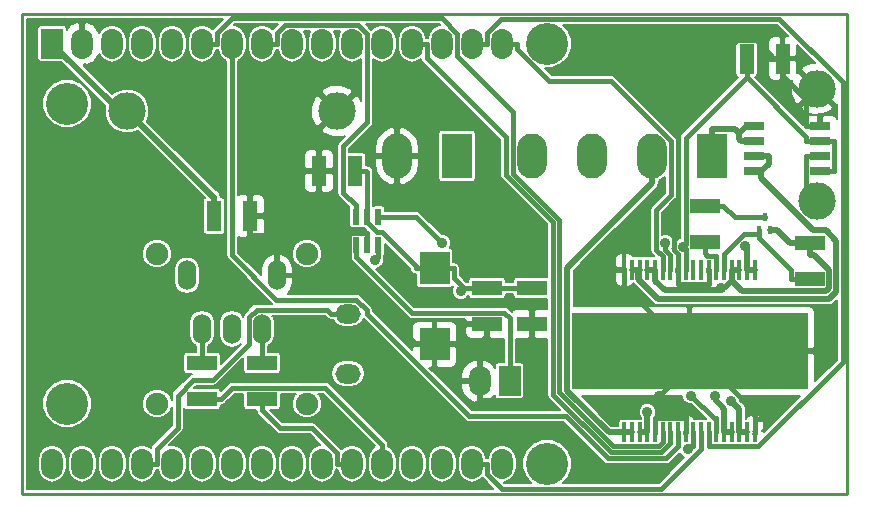
<source format=gbl>
G04 #@! TF.FileFunction,Copper,L2,Bot,Signal*
%FSLAX46Y46*%
G04 Gerber Fmt 4.6, Leading zero omitted, Abs format (unit mm)*
G04 Created by KiCad (PCBNEW 4.1.0-alpha+201608211231+7083~46~ubuntu16.04.1-product) date Wed Aug 24 14:24:17 2016*
%MOMM*%
%LPD*%
G01*
G04 APERTURE LIST*
%ADD10C,0.100000*%
%ADD11C,0.228600*%
%ADD12R,2.540000X1.270000*%
%ADD13O,2.159000X1.651000*%
%ADD14O,1.854200X2.540000*%
%ADD15R,1.854200X2.540000*%
%ADD16C,3.556000*%
%ADD17R,2.550000X2.770000*%
%ADD18R,1.270000X2.540000*%
%ADD19R,2.540000X3.810000*%
%ADD20O,2.540000X3.810000*%
%ADD21C,3.175000*%
%ADD22R,0.380000X1.700000*%
%ADD23R,20.000000X6.400000*%
%ADD24R,0.400000X0.650000*%
%ADD25R,1.750000X0.650000*%
%ADD26R,0.558800X1.330960*%
%ADD27O,1.524000X2.540000*%
%ADD28C,1.905000*%
%ADD29C,0.889000*%
%ADD30C,0.406400*%
%ADD31C,0.508000*%
%ADD32C,0.203200*%
G04 APERTURE END LIST*
D10*
D11*
X143510000Y-79375000D02*
X73660000Y-79375000D01*
X143510000Y-120015000D02*
X143510000Y-79375000D01*
X73660000Y-120015000D02*
X143510000Y-120015000D01*
X73660000Y-79375000D02*
X73660000Y-120015000D01*
D12*
X116840000Y-102616000D03*
X116840000Y-105664000D03*
X113030000Y-102616000D03*
X113030000Y-105664000D03*
D13*
X101244400Y-104775000D03*
X101244400Y-109855000D03*
D14*
X78740000Y-81915000D03*
X81280000Y-81915000D03*
D15*
X76200000Y-81915000D03*
D14*
X83820000Y-81915000D03*
X86360000Y-81915000D03*
X88900000Y-81915000D03*
X91440000Y-81915000D03*
X93980000Y-81915000D03*
X96520000Y-81915000D03*
X99060000Y-81915000D03*
X101600000Y-81915000D03*
X104140000Y-81915000D03*
X106680000Y-81915000D03*
X109220000Y-81915000D03*
X111760000Y-81915000D03*
X114300000Y-81915000D03*
X114300000Y-117475000D03*
X111760000Y-117475000D03*
X109220000Y-117475000D03*
X106680000Y-117475000D03*
X104140000Y-117475000D03*
X101600000Y-117475000D03*
X99060000Y-117475000D03*
X96520000Y-117475000D03*
X93980000Y-117475000D03*
X91440000Y-117475000D03*
X88900000Y-117475000D03*
X86360000Y-117475000D03*
X83820000Y-117475000D03*
X81280000Y-117475000D03*
X78740000Y-117475000D03*
X76200000Y-117475000D03*
D16*
X77470000Y-86995000D03*
X77470000Y-112395000D03*
X118110000Y-117475000D03*
X118110000Y-81915000D03*
D17*
X108585000Y-100920000D03*
X108585000Y-107360000D03*
D18*
X92964000Y-96520000D03*
X89916000Y-96520000D03*
D12*
X131445000Y-98679000D03*
X131445000Y-95631000D03*
X140335000Y-98806000D03*
X140335000Y-101854000D03*
D18*
X135001000Y-83185000D03*
X138049000Y-83185000D03*
X101854000Y-92710000D03*
X98806000Y-92710000D03*
D12*
X88900000Y-108966000D03*
X88900000Y-112014000D03*
X93980000Y-108966000D03*
X93980000Y-112014000D03*
D14*
X112395000Y-110490000D03*
D15*
X114935000Y-110490000D03*
D19*
X132080000Y-91440000D03*
D20*
X127000000Y-91440000D03*
X121920000Y-91440000D03*
X116840000Y-91440000D03*
D19*
X110490000Y-91440000D03*
D20*
X105410000Y-91440000D03*
D21*
X82550000Y-87630000D03*
X100330000Y-87630000D03*
X140970000Y-95250000D03*
X140970000Y-85725000D03*
D22*
X124650000Y-101067500D03*
X125300000Y-101067500D03*
X125950000Y-101067500D03*
X126600000Y-101067500D03*
X127250000Y-101067500D03*
X127900000Y-101067500D03*
X128550000Y-101067500D03*
X129200000Y-101067500D03*
X129850000Y-101067500D03*
X130500000Y-101067500D03*
X131150000Y-101067500D03*
X131800000Y-101067500D03*
X132450000Y-101067500D03*
X133100000Y-101067500D03*
X133750000Y-101067500D03*
X134400000Y-101067500D03*
X135050000Y-101067500D03*
X135700000Y-101067500D03*
X135700000Y-114832500D03*
X135050000Y-114832500D03*
X134400000Y-114832500D03*
X133750000Y-114832500D03*
X133100000Y-114832500D03*
X132450000Y-114832500D03*
X131800000Y-114832500D03*
X131150000Y-114832500D03*
X130500000Y-114832500D03*
X129850000Y-114832500D03*
X129200000Y-114832500D03*
X128550000Y-114832500D03*
X127900000Y-114832500D03*
X127250000Y-114832500D03*
X126600000Y-114832500D03*
X125950000Y-114832500D03*
X125300000Y-114832500D03*
X124650000Y-114832500D03*
D23*
X130175000Y-107950000D03*
D24*
X137025000Y-97730000D03*
X136025000Y-97730000D03*
X136525000Y-96580000D03*
D25*
X135630000Y-92710000D03*
X135630000Y-91440000D03*
X135630000Y-90170000D03*
X135630000Y-88900000D03*
X141230000Y-88900000D03*
X141230000Y-90170000D03*
X141230000Y-91440000D03*
X141230000Y-92710000D03*
D26*
X103819960Y-98988880D03*
X102870000Y-98988880D03*
X101920040Y-98988880D03*
X101920040Y-96591120D03*
X102870000Y-96591120D03*
X103819960Y-96591120D03*
D27*
X88900000Y-106045000D03*
X91440000Y-106045000D03*
X93980000Y-106045000D03*
X87630000Y-101549200D03*
X95250000Y-101549200D03*
D28*
X85090000Y-99695000D03*
X97790000Y-99695000D03*
X97790000Y-112395000D03*
X85090000Y-112395000D03*
D29*
X127618000Y-111734200D03*
X136857000Y-113707200D03*
X132304300Y-111763000D03*
X126611300Y-113080400D03*
X132826200Y-102651900D03*
X130035400Y-116255500D03*
X129614600Y-99103200D03*
X110810000Y-102880000D03*
X130276200Y-111712600D03*
X103561500Y-100218100D03*
X134850200Y-99062100D03*
X133720600Y-112188700D03*
X109222800Y-98794900D03*
X128115400Y-98794900D03*
D30*
X141230000Y-88900000D02*
X140024800Y-88900000D01*
X113030000Y-105664000D02*
X113030000Y-106629200D01*
X138139800Y-84785200D02*
X138049000Y-84785200D01*
X140024800Y-86670200D02*
X138139800Y-84785200D01*
X140024800Y-88900000D02*
X140024800Y-86670200D01*
X140024800Y-86670200D02*
X140970000Y-85725000D01*
X138049000Y-83185000D02*
X138049000Y-84785200D01*
X138049000Y-83185000D02*
X137083800Y-83185000D01*
X108585000Y-107360000D02*
X106979800Y-107360000D01*
X102870000Y-98988900D02*
X102870000Y-97993200D01*
X108585000Y-107360000D02*
X110190200Y-107360000D01*
X112395000Y-107360000D02*
X110190200Y-107360000D01*
X112395000Y-107264200D02*
X112395000Y-107360000D01*
X113030000Y-106629200D02*
X112395000Y-107264200D01*
X129200000Y-100922200D02*
X129200000Y-99887300D01*
X95250000Y-101549200D02*
X95250000Y-99949000D01*
X92964000Y-96520000D02*
X92964000Y-98120200D01*
X112395000Y-107360000D02*
X112395000Y-110490000D01*
X116840000Y-111249000D02*
X116840000Y-105664000D01*
X115998800Y-112090200D02*
X116840000Y-111249000D01*
X112395000Y-112090200D02*
X115998800Y-112090200D01*
X112395000Y-110490000D02*
X112395000Y-112090200D01*
X127250000Y-114832500D02*
X127250000Y-113652300D01*
X129850000Y-114832500D02*
X129850000Y-113652300D01*
X129850000Y-113652300D02*
X127250000Y-113652300D01*
X124650000Y-102425000D02*
X124650000Y-101067500D01*
X130175000Y-107950000D02*
X124650000Y-102425000D01*
X101309600Y-98153100D02*
X101469500Y-97993200D01*
X101309600Y-101689800D02*
X101309600Y-98153100D01*
X106979800Y-107360000D02*
X101309600Y-101689800D01*
X101469500Y-97993200D02*
X102870000Y-97993200D01*
X98806000Y-89154000D02*
X98806000Y-92710000D01*
X100330000Y-87630000D02*
X98806000Y-89154000D01*
X95250000Y-99949000D02*
X95250000Y-98437500D01*
X94932700Y-98120200D02*
X92964000Y-98120200D01*
X95250000Y-98437500D02*
X94932700Y-98120200D01*
X98357800Y-95329700D02*
X98806000Y-95329700D01*
X95250000Y-98437500D02*
X98357800Y-95329700D01*
X98806000Y-92710000D02*
X98806000Y-95329700D01*
X98806000Y-95329700D02*
X101469500Y-97993200D01*
X129200000Y-100922200D02*
X129200000Y-101067500D01*
X129200000Y-102247700D02*
X131800000Y-102247700D01*
X129200000Y-101067500D02*
X129200000Y-102247700D01*
X131800000Y-101067500D02*
X131800000Y-102247700D01*
X129200000Y-99748700D02*
X129200000Y-99887300D01*
X128865000Y-99413700D02*
X129200000Y-99748700D01*
X128865000Y-96490800D02*
X128865000Y-99413700D01*
X129190300Y-96165500D02*
X128865000Y-96490800D01*
X129190300Y-86608300D02*
X129190300Y-96165500D01*
X134188800Y-81609800D02*
X129190300Y-86608300D01*
X135780000Y-81609800D02*
X134188800Y-81609800D01*
X137083800Y-82913600D02*
X135780000Y-81609800D01*
X137083800Y-83185000D02*
X137083800Y-82913600D01*
X127618000Y-113284300D02*
X127618000Y-111734200D01*
X127250000Y-113652300D02*
X127618000Y-113284300D01*
X130175000Y-107950000D02*
X130175000Y-109290200D01*
X130062000Y-109290200D02*
X127618000Y-111734200D01*
X130175000Y-109290200D02*
X130062000Y-109290200D01*
X135700000Y-113091300D02*
X135700000Y-113707200D01*
X131898900Y-109290200D02*
X135700000Y-113091300D01*
X130175000Y-109290200D02*
X131898900Y-109290200D01*
X135700000Y-113707200D02*
X135700000Y-114832500D01*
X135700000Y-113707200D02*
X136857000Y-113707200D01*
D31*
X89916000Y-96520000D02*
X89916000Y-94869000D01*
X125950000Y-114832000D02*
X125950500Y-114832000D01*
X125950500Y-114832000D02*
X126600000Y-114832000D01*
X125950500Y-114832000D02*
X125950000Y-114832500D01*
X126600000Y-101068000D02*
X126600500Y-101068000D01*
X126600500Y-101068000D02*
X127250000Y-101068000D01*
X126600500Y-101068000D02*
X126600000Y-101067500D01*
X133750000Y-101068000D02*
X133750000Y-101067500D01*
X89789000Y-94869000D02*
X82550000Y-87630000D01*
X89916000Y-94869000D02*
X89789000Y-94869000D01*
X81915000Y-87630000D02*
X76200000Y-81915000D01*
X82550000Y-87630000D02*
X81915000Y-87630000D01*
X134399500Y-101068000D02*
X134400000Y-101068000D01*
X134399500Y-101068000D02*
X134400000Y-101067500D01*
X133100000Y-114832000D02*
X133100000Y-114832500D01*
X133750000Y-101068000D02*
X134399500Y-101068000D01*
X127250000Y-101068000D02*
X127250000Y-101067500D01*
X133100000Y-114832000D02*
X133749500Y-114832000D01*
X133749500Y-114832000D02*
X133750000Y-114832000D01*
X133749500Y-114832000D02*
X133750000Y-114832500D01*
X140335000Y-98806000D02*
X138684000Y-98806000D01*
X138682000Y-98806000D02*
X137606000Y-97730000D01*
X138684000Y-98806000D02*
X138682000Y-98806000D01*
X137025000Y-97730000D02*
X137606000Y-97730000D01*
X132304300Y-112020200D02*
X132304300Y-111763000D01*
X133100000Y-112815900D02*
X132304300Y-112020200D01*
X133100000Y-114832000D02*
X133100000Y-112815900D01*
X126600000Y-114832000D02*
X126600000Y-114832500D01*
X126600000Y-113091700D02*
X126611300Y-113080400D01*
X126600000Y-114832000D02*
X126600000Y-113091700D01*
X132663800Y-102814300D02*
X132826200Y-102651900D01*
X128063900Y-102814300D02*
X132663800Y-102814300D01*
X127250000Y-102000400D02*
X128063900Y-102814300D01*
X127250000Y-101068000D02*
X127250000Y-102000400D01*
X140335000Y-98806000D02*
X140335000Y-99822000D01*
X140711300Y-99822000D02*
X140335000Y-99822000D01*
X141960900Y-101071600D02*
X140711300Y-99822000D01*
X141960900Y-102636500D02*
X141960900Y-101071600D01*
X141752400Y-102845000D02*
X141960900Y-102636500D01*
X134580400Y-102845000D02*
X141752400Y-102845000D01*
X133750000Y-102014600D02*
X134580400Y-102845000D01*
X133112700Y-102651900D02*
X133750000Y-102014600D01*
X132826200Y-102651900D02*
X133112700Y-102651900D01*
X133750000Y-102014600D02*
X133750000Y-101068000D01*
D30*
X114300000Y-81915000D02*
X115557300Y-81915000D01*
X127365700Y-99353000D02*
X127900000Y-99887300D01*
X127365700Y-96009900D02*
X127365700Y-99353000D01*
X128620200Y-94755400D02*
X127365700Y-96009900D01*
X128620200Y-90155900D02*
X128620200Y-94755400D01*
X123531300Y-85067000D02*
X128620200Y-90155900D01*
X118277300Y-85067000D02*
X123531300Y-85067000D01*
X115557300Y-82347000D02*
X118277300Y-85067000D01*
X115557300Y-81915000D02*
X115557300Y-82347000D01*
X127900000Y-101067500D02*
X127900000Y-99887300D01*
X106680000Y-81915000D02*
X107937300Y-81915000D01*
X128550000Y-115736100D02*
X128550000Y-114832500D01*
X127765200Y-116520900D02*
X128550000Y-115736100D01*
X123493800Y-116520900D02*
X127765200Y-116520900D01*
X118630500Y-111657600D02*
X123493800Y-116520900D01*
X118630500Y-97022500D02*
X118630500Y-111657600D01*
X114627300Y-93019300D02*
X118630500Y-97022500D01*
X114627300Y-89862300D02*
X114627300Y-93019300D01*
X107937300Y-83172300D02*
X114627300Y-89862300D01*
X107937300Y-81915000D02*
X107937300Y-83172300D01*
X130278200Y-116012700D02*
X130035400Y-116255500D01*
X130500000Y-116012700D02*
X130278200Y-116012700D01*
X130500000Y-114832500D02*
X130500000Y-116012700D01*
X131800000Y-114832500D02*
X131800000Y-116012700D01*
X111760000Y-81915000D02*
X113017300Y-81915000D01*
X113017300Y-81050500D02*
X113017300Y-81915000D01*
X114241000Y-79826800D02*
X113017300Y-81050500D01*
X137779700Y-79826800D02*
X114241000Y-79826800D01*
X143143000Y-85190100D02*
X137779700Y-79826800D01*
X143143000Y-108879000D02*
X143143000Y-85190100D01*
X136009300Y-116012700D02*
X143143000Y-108879000D01*
X131800000Y-116012700D02*
X136009300Y-116012700D01*
X111760000Y-117475000D02*
X113017300Y-117475000D01*
X131150000Y-114832500D02*
X131150000Y-116012700D01*
X131150000Y-116237500D02*
X131150000Y-116012700D01*
X127784500Y-119603000D02*
X131150000Y-116237500D01*
X114280900Y-119603000D02*
X127784500Y-119603000D01*
X113017300Y-118339400D02*
X114280900Y-119603000D01*
X113017300Y-117475000D02*
X113017300Y-118339400D01*
X141230000Y-92710000D02*
X142435200Y-92710000D01*
X141230000Y-90170000D02*
X142435200Y-90170000D01*
X113030000Y-102616000D02*
X116840000Y-102616000D01*
X142435200Y-90170000D02*
X142435200Y-92710000D01*
X85077300Y-116217700D02*
X85077300Y-117475000D01*
X86836300Y-114458700D02*
X85077300Y-116217700D01*
X86836300Y-111722500D02*
X86836300Y-114458700D01*
X88164100Y-110394700D02*
X86836300Y-111722500D01*
X89844700Y-110394700D02*
X88164100Y-110394700D01*
X92889800Y-107349600D02*
X89844700Y-110394700D01*
X92889800Y-105062400D02*
X92889800Y-107349600D01*
X93521200Y-104431000D02*
X92889800Y-105062400D01*
X99490700Y-104431000D02*
X93521200Y-104431000D01*
X99834700Y-104775000D02*
X99490700Y-104431000D01*
X101244400Y-104775000D02*
X99834700Y-104775000D01*
X83820000Y-117475000D02*
X85077300Y-117475000D01*
X108585000Y-100920000D02*
X106979800Y-100920000D01*
X108585000Y-100920000D02*
X110190200Y-100920000D01*
X113030000Y-102616000D02*
X111429800Y-102616000D01*
X135001000Y-83185000D02*
X135001000Y-84645500D01*
X135001000Y-84645500D02*
X135001000Y-84760200D01*
X135001000Y-84760200D02*
X135001000Y-84785200D01*
X140024800Y-89784000D02*
X140024800Y-90170000D01*
X135001000Y-84760200D02*
X140024800Y-89784000D01*
X141230000Y-90170000D02*
X140024800Y-90170000D01*
X111074000Y-102616000D02*
X110810000Y-102880000D01*
X111429800Y-102616000D02*
X111074000Y-102616000D01*
X110190200Y-101732200D02*
X110190200Y-100920000D01*
X111074000Y-102616000D02*
X110190200Y-101732200D01*
X102870000Y-97053400D02*
X102870000Y-96591100D01*
X103711300Y-97894700D02*
X102870000Y-97053400D01*
X104127600Y-97894700D02*
X103711300Y-97894700D01*
X106979800Y-100746900D02*
X104127600Y-97894700D01*
X106979800Y-100920000D02*
X106979800Y-100746900D01*
X102870000Y-92760800D02*
X102819200Y-92710000D01*
X102870000Y-96591100D02*
X102870000Y-92760800D01*
X101854000Y-92710000D02*
X102819200Y-92710000D01*
X129850000Y-99338600D02*
X129614600Y-99103200D01*
X129850000Y-101067500D02*
X129850000Y-99338600D01*
X129850000Y-98867800D02*
X129614600Y-99103200D01*
X129850000Y-89936200D02*
X129850000Y-98867800D01*
X135001000Y-84785200D02*
X129850000Y-89936200D01*
X132450000Y-114832500D02*
X132450000Y-113652300D01*
X132215900Y-113652300D02*
X130276200Y-111712600D01*
X132450000Y-113652300D02*
X132215900Y-113652300D01*
X131688100Y-99887300D02*
X131445000Y-99644200D01*
X132450000Y-99887300D02*
X131688100Y-99887300D01*
X131445000Y-98679000D02*
X131445000Y-99644200D01*
X132450000Y-101067500D02*
X132450000Y-99887300D01*
X133994200Y-96580000D02*
X133045200Y-95631000D01*
X136525000Y-96580000D02*
X133994200Y-96580000D01*
X131445000Y-95631000D02*
X133045200Y-95631000D01*
X138734800Y-101095000D02*
X138734800Y-101854000D01*
X136025000Y-98385200D02*
X138734800Y-101095000D01*
X140335000Y-101854000D02*
X138734800Y-101854000D01*
X136025000Y-97730000D02*
X136025000Y-98057600D01*
X136025000Y-98057600D02*
X136025000Y-98385200D01*
X133100000Y-101067500D02*
X133100000Y-99887300D01*
X133100000Y-99752200D02*
X133100000Y-99887300D01*
X134794600Y-98057600D02*
X133100000Y-99752200D01*
X136025000Y-98057600D02*
X134794600Y-98057600D01*
X90157300Y-81051100D02*
X90157300Y-81915000D01*
X91437000Y-79771400D02*
X90157300Y-81051100D01*
X109189200Y-79771400D02*
X91437000Y-79771400D01*
X110490000Y-81072200D02*
X109189200Y-79771400D01*
X110490000Y-82943900D02*
X110490000Y-81072200D01*
X115264800Y-87718700D02*
X110490000Y-82943900D01*
X115264800Y-92937800D02*
X115264800Y-87718700D01*
X119138800Y-96811800D02*
X115264800Y-92937800D01*
X119138800Y-111447000D02*
X119138800Y-96811800D01*
X123704400Y-116012600D02*
X119138800Y-111447000D01*
X127547700Y-116012600D02*
X123704400Y-116012600D01*
X127900000Y-115660300D02*
X127547700Y-116012600D01*
X127900000Y-114832500D02*
X127900000Y-115660300D01*
X88900000Y-81915000D02*
X90157300Y-81915000D01*
X129200000Y-114832500D02*
X129200000Y-116012700D01*
X128183500Y-117029200D02*
X129200000Y-116012700D01*
X123283200Y-117029200D02*
X128183500Y-117029200D01*
X119702800Y-113448800D02*
X123283200Y-117029200D01*
X111532800Y-113448800D02*
X119702800Y-113448800D01*
X102855600Y-104771600D02*
X111532800Y-113448800D01*
X102855600Y-104489700D02*
X102855600Y-104771600D01*
X101951600Y-103585700D02*
X102855600Y-104489700D01*
X95198600Y-103585700D02*
X101951600Y-103585700D01*
X91440000Y-99827100D02*
X95198600Y-103585700D01*
X91440000Y-81915000D02*
X91440000Y-99827100D01*
X95237300Y-81051100D02*
X95237300Y-81915000D01*
X95958100Y-80330300D02*
X95237300Y-81051100D01*
X102112400Y-80330300D02*
X95958100Y-80330300D01*
X102870000Y-81087900D02*
X102112400Y-80330300D01*
X102870000Y-88595300D02*
X102870000Y-81087900D01*
X100874100Y-90591200D02*
X102870000Y-88595300D01*
X100874100Y-94549500D02*
X100874100Y-90591200D01*
X101920000Y-95595400D02*
X100874100Y-94549500D01*
X101920000Y-96591100D02*
X101920000Y-95595400D01*
X93980000Y-81915000D02*
X95237300Y-81915000D01*
X140024800Y-94304800D02*
X140970000Y-95250000D01*
X140024800Y-91440000D02*
X140024800Y-94304800D01*
X141230000Y-91440000D02*
X140024800Y-91440000D01*
X91440400Y-111073800D02*
X90500200Y-112014000D01*
X99339000Y-111073800D02*
X91440400Y-111073800D01*
X104140000Y-115874800D02*
X99339000Y-111073800D01*
X104140000Y-117475000D02*
X104140000Y-115874800D01*
X88900000Y-112014000D02*
X90500200Y-112014000D01*
X95483100Y-114482300D02*
X93980000Y-112979200D01*
X98214400Y-114482300D02*
X95483100Y-114482300D01*
X100342700Y-116610600D02*
X98214400Y-114482300D01*
X100342700Y-117475000D02*
X100342700Y-116610600D01*
X101600000Y-117475000D02*
X100342700Y-117475000D01*
X93980000Y-112014000D02*
X93980000Y-112979200D01*
X88900000Y-106045000D02*
X88900000Y-108966000D01*
X93980000Y-106045000D02*
X93980000Y-108966000D01*
X114935000Y-105155200D02*
X114935000Y-110490000D01*
X114503600Y-104723800D02*
X114935000Y-105155200D01*
X106659200Y-104723800D02*
X114503600Y-104723800D01*
X101920000Y-99984600D02*
X106659200Y-104723800D01*
X101920000Y-98988900D02*
X101920000Y-99984600D01*
X103820000Y-98988900D02*
X103820000Y-99844900D01*
X103820000Y-99959600D02*
X103820000Y-99844900D01*
X103561500Y-100218100D02*
X103820000Y-99959600D01*
D31*
X135630000Y-88900000D02*
X135002000Y-88900000D01*
X135630000Y-90170000D02*
X134539100Y-90170000D01*
X132080000Y-91440000D02*
X132080000Y-89154000D01*
X134000000Y-89154000D02*
X132080000Y-89154000D01*
X134374000Y-89528000D02*
X134000000Y-89154000D01*
X135002000Y-88900000D02*
X134374000Y-89528000D01*
X134374000Y-90004900D02*
X134539100Y-90170000D01*
X134374000Y-89528000D02*
X134374000Y-90004900D01*
X125299500Y-114832000D02*
X125300000Y-114832000D01*
X125299500Y-114832000D02*
X125300000Y-114832500D01*
X124650000Y-114832000D02*
X125299500Y-114832000D01*
X127000000Y-91440000D02*
X127000000Y-93726000D01*
X123321300Y-114832000D02*
X124650000Y-114832000D01*
X119802700Y-111313400D02*
X123321300Y-114832000D01*
X119802700Y-100923300D02*
X119802700Y-111313400D01*
X127000000Y-93726000D02*
X119802700Y-100923300D01*
X124650000Y-114832000D02*
X124650000Y-114832500D01*
X135050000Y-101068000D02*
X135050500Y-101068000D01*
X135050500Y-101068000D02*
X135699500Y-101068000D01*
X135699500Y-101068000D02*
X135700000Y-101068000D01*
X135699500Y-101068000D02*
X135700000Y-101067500D01*
X135050500Y-101068000D02*
X135050000Y-101067500D01*
X135050000Y-99261900D02*
X135050000Y-101067500D01*
X134850200Y-99062100D02*
X135050000Y-99261900D01*
X134400000Y-114832000D02*
X135049500Y-114832000D01*
X135049500Y-114832000D02*
X135050000Y-114832000D01*
X135049500Y-114832000D02*
X135050000Y-114832500D01*
X134400000Y-112868100D02*
X134400000Y-114832000D01*
X133720600Y-112188700D02*
X134400000Y-112868100D01*
X134400000Y-114832000D02*
X134400000Y-114832500D01*
X125300000Y-101068000D02*
X125300500Y-101068000D01*
X125300500Y-101068000D02*
X125300000Y-101067500D01*
X125950000Y-101068000D02*
X125950000Y-101067500D01*
X135630000Y-92710000D02*
X136258000Y-92710000D01*
X136886000Y-92082000D02*
X136886000Y-91440000D01*
X136258000Y-92710000D02*
X136886000Y-92082000D01*
X135630000Y-91440000D02*
X136886000Y-91440000D01*
X125300500Y-101068000D02*
X125787700Y-101068000D01*
X125787700Y-101068000D02*
X125950000Y-101068000D01*
X136258000Y-93325600D02*
X136258000Y-92710000D01*
X140652400Y-97720000D02*
X136258000Y-93325600D01*
X141696100Y-97720000D02*
X140652400Y-97720000D01*
X142570800Y-98594700D02*
X141696100Y-97720000D01*
X142570800Y-102934300D02*
X142570800Y-98594700D01*
X142003200Y-103501900D02*
X142570800Y-102934300D01*
X127465000Y-103501900D02*
X142003200Y-103501900D01*
X125787700Y-101824600D02*
X127465000Y-103501900D01*
X125787700Y-101068000D02*
X125787700Y-101824600D01*
D30*
X107019000Y-96591100D02*
X109222800Y-98794900D01*
X103820000Y-96591100D02*
X107019000Y-96591100D01*
X128115400Y-99383100D02*
X128115400Y-98794900D01*
X128550000Y-99817700D02*
X128115400Y-99383100D01*
X128550000Y-101067500D02*
X128550000Y-99817700D01*
D32*
G36*
X89798090Y-80691890D02*
X89791846Y-80701234D01*
X89771085Y-80670163D01*
X89371428Y-80403121D01*
X88900000Y-80309348D01*
X88428572Y-80403121D01*
X88028915Y-80670163D01*
X87761873Y-81069820D01*
X87668100Y-81541248D01*
X87668100Y-82288752D01*
X87761873Y-82760180D01*
X88028915Y-83159837D01*
X88428572Y-83426879D01*
X88900000Y-83520652D01*
X89371428Y-83426879D01*
X89771085Y-83159837D01*
X90038127Y-82760180D01*
X90105196Y-82423000D01*
X90157300Y-82423000D01*
X90231854Y-82408170D01*
X90301873Y-82760180D01*
X90568915Y-83159837D01*
X90932000Y-83402442D01*
X90932000Y-99827100D01*
X90970669Y-100021503D01*
X91080790Y-100186310D01*
X94817480Y-103923000D01*
X93521200Y-103923000D01*
X93326797Y-103961669D01*
X93326795Y-103961670D01*
X93326796Y-103961670D01*
X93161989Y-104071790D01*
X92530590Y-104703190D01*
X92420469Y-104867997D01*
X92386405Y-105039249D01*
X92194342Y-104751806D01*
X91848247Y-104520553D01*
X91440000Y-104439348D01*
X91031753Y-104520553D01*
X90685658Y-104751806D01*
X90454405Y-105097901D01*
X90373200Y-105506148D01*
X90373200Y-106583852D01*
X90454405Y-106992099D01*
X90685658Y-107338194D01*
X91031753Y-107569447D01*
X91440000Y-107650652D01*
X91848247Y-107569447D01*
X92159516Y-107361464D01*
X90480771Y-109040209D01*
X90480771Y-108331000D01*
X90457115Y-108212073D01*
X90389748Y-108111252D01*
X90288927Y-108043885D01*
X90170000Y-108020229D01*
X89408000Y-108020229D01*
X89408000Y-107502794D01*
X89654342Y-107338194D01*
X89885595Y-106992099D01*
X89966800Y-106583852D01*
X89966800Y-105506148D01*
X89885595Y-105097901D01*
X89654342Y-104751806D01*
X89308247Y-104520553D01*
X88900000Y-104439348D01*
X88491753Y-104520553D01*
X88145658Y-104751806D01*
X87914405Y-105097901D01*
X87833200Y-105506148D01*
X87833200Y-106583852D01*
X87914405Y-106992099D01*
X88145658Y-107338194D01*
X88392000Y-107502794D01*
X88392000Y-108020229D01*
X87630000Y-108020229D01*
X87511073Y-108043885D01*
X87410252Y-108111252D01*
X87342885Y-108212073D01*
X87319229Y-108331000D01*
X87319229Y-109601000D01*
X87342885Y-109719927D01*
X87410252Y-109820748D01*
X87511073Y-109888115D01*
X87630000Y-109911771D01*
X88038059Y-109911771D01*
X87969697Y-109925369D01*
X87804890Y-110035490D01*
X86477090Y-111363290D01*
X86366969Y-111528097D01*
X86328300Y-111722500D01*
X86328300Y-112099494D01*
X86156509Y-111683727D01*
X85803133Y-111329734D01*
X85341190Y-111137919D01*
X84841005Y-111137482D01*
X84378727Y-111328491D01*
X84024734Y-111681867D01*
X83832919Y-112143810D01*
X83832482Y-112643995D01*
X84023491Y-113106273D01*
X84376867Y-113460266D01*
X84838810Y-113652081D01*
X85338995Y-113652518D01*
X85801273Y-113461509D01*
X86155266Y-113108133D01*
X86328300Y-112691420D01*
X86328300Y-114248280D01*
X84718090Y-115858490D01*
X84607969Y-116023297D01*
X84581399Y-116156873D01*
X84291428Y-115963121D01*
X83820000Y-115869348D01*
X83348572Y-115963121D01*
X82948915Y-116230163D01*
X82681873Y-116629820D01*
X82588100Y-117101248D01*
X82588100Y-117848752D01*
X82681873Y-118320180D01*
X82948915Y-118719837D01*
X83348572Y-118986879D01*
X83820000Y-119080652D01*
X84291428Y-118986879D01*
X84691085Y-118719837D01*
X84958127Y-118320180D01*
X85025196Y-117983000D01*
X85077300Y-117983000D01*
X85151854Y-117968170D01*
X85221873Y-118320180D01*
X85488915Y-118719837D01*
X85888572Y-118986879D01*
X86360000Y-119080652D01*
X86831428Y-118986879D01*
X87231085Y-118719837D01*
X87498127Y-118320180D01*
X87591900Y-117848752D01*
X87591900Y-117101248D01*
X87668100Y-117101248D01*
X87668100Y-117848752D01*
X87761873Y-118320180D01*
X88028915Y-118719837D01*
X88428572Y-118986879D01*
X88900000Y-119080652D01*
X89371428Y-118986879D01*
X89771085Y-118719837D01*
X90038127Y-118320180D01*
X90131900Y-117848752D01*
X90131900Y-117101248D01*
X90208100Y-117101248D01*
X90208100Y-117848752D01*
X90301873Y-118320180D01*
X90568915Y-118719837D01*
X90968572Y-118986879D01*
X91440000Y-119080652D01*
X91911428Y-118986879D01*
X92311085Y-118719837D01*
X92578127Y-118320180D01*
X92671900Y-117848752D01*
X92671900Y-117101248D01*
X92748100Y-117101248D01*
X92748100Y-117848752D01*
X92841873Y-118320180D01*
X93108915Y-118719837D01*
X93508572Y-118986879D01*
X93980000Y-119080652D01*
X94451428Y-118986879D01*
X94851085Y-118719837D01*
X95118127Y-118320180D01*
X95211900Y-117848752D01*
X95211900Y-117101248D01*
X95288100Y-117101248D01*
X95288100Y-117848752D01*
X95381873Y-118320180D01*
X95648915Y-118719837D01*
X96048572Y-118986879D01*
X96520000Y-119080652D01*
X96991428Y-118986879D01*
X97391085Y-118719837D01*
X97658127Y-118320180D01*
X97751900Y-117848752D01*
X97751900Y-117101248D01*
X97658127Y-116629820D01*
X97391085Y-116230163D01*
X96991428Y-115963121D01*
X96520000Y-115869348D01*
X96048572Y-115963121D01*
X95648915Y-116230163D01*
X95381873Y-116629820D01*
X95288100Y-117101248D01*
X95211900Y-117101248D01*
X95118127Y-116629820D01*
X94851085Y-116230163D01*
X94451428Y-115963121D01*
X93980000Y-115869348D01*
X93508572Y-115963121D01*
X93108915Y-116230163D01*
X92841873Y-116629820D01*
X92748100Y-117101248D01*
X92671900Y-117101248D01*
X92578127Y-116629820D01*
X92311085Y-116230163D01*
X91911428Y-115963121D01*
X91440000Y-115869348D01*
X90968572Y-115963121D01*
X90568915Y-116230163D01*
X90301873Y-116629820D01*
X90208100Y-117101248D01*
X90131900Y-117101248D01*
X90038127Y-116629820D01*
X89771085Y-116230163D01*
X89371428Y-115963121D01*
X88900000Y-115869348D01*
X88428572Y-115963121D01*
X88028915Y-116230163D01*
X87761873Y-116629820D01*
X87668100Y-117101248D01*
X87591900Y-117101248D01*
X87498127Y-116629820D01*
X87231085Y-116230163D01*
X86831428Y-115963121D01*
X86360000Y-115869348D01*
X86090456Y-115922964D01*
X87195510Y-114817910D01*
X87305631Y-114653103D01*
X87344300Y-114458700D01*
X87344300Y-112770045D01*
X87410252Y-112868748D01*
X87511073Y-112936115D01*
X87630000Y-112959771D01*
X90170000Y-112959771D01*
X90288927Y-112936115D01*
X90389748Y-112868748D01*
X90457115Y-112767927D01*
X90480771Y-112649000D01*
X90480771Y-112522000D01*
X90500200Y-112522000D01*
X90694603Y-112483331D01*
X90859410Y-112373210D01*
X91650821Y-111581800D01*
X92399229Y-111581800D01*
X92399229Y-112649000D01*
X92422885Y-112767927D01*
X92490252Y-112868748D01*
X92591073Y-112936115D01*
X92710000Y-112959771D01*
X93472000Y-112959771D01*
X93472000Y-112979200D01*
X93510669Y-113173603D01*
X93620790Y-113338410D01*
X95123889Y-114841510D01*
X95288696Y-114951631D01*
X95320950Y-114958046D01*
X95483100Y-114990300D01*
X98003980Y-114990300D01*
X98912390Y-115898710D01*
X98588572Y-115963121D01*
X98188915Y-116230163D01*
X97921873Y-116629820D01*
X97828100Y-117101248D01*
X97828100Y-117848752D01*
X97921873Y-118320180D01*
X98188915Y-118719837D01*
X98588572Y-118986879D01*
X99060000Y-119080652D01*
X99531428Y-118986879D01*
X99931085Y-118719837D01*
X100198127Y-118320180D01*
X100268146Y-117968170D01*
X100342700Y-117983000D01*
X100394804Y-117983000D01*
X100461873Y-118320180D01*
X100728915Y-118719837D01*
X101128572Y-118986879D01*
X101600000Y-119080652D01*
X102071428Y-118986879D01*
X102471085Y-118719837D01*
X102738127Y-118320180D01*
X102831900Y-117848752D01*
X102831900Y-117101248D01*
X102738127Y-116629820D01*
X102471085Y-116230163D01*
X102071428Y-115963121D01*
X101600000Y-115869348D01*
X101128572Y-115963121D01*
X100728915Y-116230163D01*
X100708321Y-116260984D01*
X100701910Y-116251390D01*
X98573610Y-114123090D01*
X98408803Y-114012969D01*
X98214400Y-113974300D01*
X95693521Y-113974300D01*
X94678991Y-112959771D01*
X95250000Y-112959771D01*
X95368927Y-112936115D01*
X95469748Y-112868748D01*
X95537115Y-112767927D01*
X95560771Y-112649000D01*
X95560771Y-111581800D01*
X96824976Y-111581800D01*
X96724734Y-111681867D01*
X96532919Y-112143810D01*
X96532482Y-112643995D01*
X96723491Y-113106273D01*
X97076867Y-113460266D01*
X97538810Y-113652081D01*
X98038995Y-113652518D01*
X98501273Y-113461509D01*
X98855266Y-113108133D01*
X99047081Y-112646190D01*
X99047518Y-112146005D01*
X98856509Y-111683727D01*
X98754760Y-111581800D01*
X99128580Y-111581800D01*
X103573456Y-116026676D01*
X103268915Y-116230163D01*
X103001873Y-116629820D01*
X102908100Y-117101248D01*
X102908100Y-117848752D01*
X103001873Y-118320180D01*
X103268915Y-118719837D01*
X103668572Y-118986879D01*
X104140000Y-119080652D01*
X104611428Y-118986879D01*
X105011085Y-118719837D01*
X105278127Y-118320180D01*
X105371900Y-117848752D01*
X105371900Y-117101248D01*
X105448100Y-117101248D01*
X105448100Y-117848752D01*
X105541873Y-118320180D01*
X105808915Y-118719837D01*
X106208572Y-118986879D01*
X106680000Y-119080652D01*
X107151428Y-118986879D01*
X107551085Y-118719837D01*
X107818127Y-118320180D01*
X107911900Y-117848752D01*
X107911900Y-117101248D01*
X107988100Y-117101248D01*
X107988100Y-117848752D01*
X108081873Y-118320180D01*
X108348915Y-118719837D01*
X108748572Y-118986879D01*
X109220000Y-119080652D01*
X109691428Y-118986879D01*
X110091085Y-118719837D01*
X110358127Y-118320180D01*
X110451900Y-117848752D01*
X110451900Y-117101248D01*
X110358127Y-116629820D01*
X110091085Y-116230163D01*
X109691428Y-115963121D01*
X109220000Y-115869348D01*
X108748572Y-115963121D01*
X108348915Y-116230163D01*
X108081873Y-116629820D01*
X107988100Y-117101248D01*
X107911900Y-117101248D01*
X107818127Y-116629820D01*
X107551085Y-116230163D01*
X107151428Y-115963121D01*
X106680000Y-115869348D01*
X106208572Y-115963121D01*
X105808915Y-116230163D01*
X105541873Y-116629820D01*
X105448100Y-117101248D01*
X105371900Y-117101248D01*
X105278127Y-116629820D01*
X105011085Y-116230163D01*
X104648000Y-115987558D01*
X104648000Y-115874800D01*
X104609331Y-115680397D01*
X104609331Y-115680396D01*
X104499210Y-115515590D01*
X99698210Y-110714590D01*
X99533403Y-110604469D01*
X99339000Y-110565800D01*
X91440400Y-110565800D01*
X91245997Y-110604469D01*
X91081190Y-110714589D01*
X90470154Y-111325625D01*
X90457115Y-111260073D01*
X90389748Y-111159252D01*
X90288927Y-111091885D01*
X90170000Y-111068229D01*
X88208991Y-111068229D01*
X88374520Y-110902700D01*
X89844700Y-110902700D01*
X90039103Y-110864031D01*
X90203910Y-110753910D01*
X92399229Y-108558591D01*
X92399229Y-109601000D01*
X92422885Y-109719927D01*
X92490252Y-109820748D01*
X92591073Y-109888115D01*
X92710000Y-109911771D01*
X95250000Y-109911771D01*
X95368927Y-109888115D01*
X95418486Y-109855000D01*
X99832980Y-109855000D01*
X99919019Y-110287547D01*
X100164037Y-110654243D01*
X100530733Y-110899261D01*
X100963280Y-110985300D01*
X101525520Y-110985300D01*
X101958067Y-110899261D01*
X102324763Y-110654243D01*
X102569781Y-110287547D01*
X102655820Y-109855000D01*
X102569781Y-109422453D01*
X102324763Y-109055757D01*
X101958067Y-108810739D01*
X101525520Y-108724700D01*
X100963280Y-108724700D01*
X100530733Y-108810739D01*
X100164037Y-109055757D01*
X99919019Y-109422453D01*
X99832980Y-109855000D01*
X95418486Y-109855000D01*
X95469748Y-109820748D01*
X95537115Y-109719927D01*
X95560771Y-109601000D01*
X95560771Y-108331000D01*
X95537115Y-108212073D01*
X95469748Y-108111252D01*
X95368927Y-108043885D01*
X95250000Y-108020229D01*
X94488000Y-108020229D01*
X94488000Y-107502794D01*
X94734342Y-107338194D01*
X94965595Y-106992099D01*
X95046800Y-106583852D01*
X95046800Y-105506148D01*
X94965595Y-105097901D01*
X94859421Y-104939000D01*
X99280280Y-104939000D01*
X99475489Y-105134210D01*
X99563671Y-105193131D01*
X99640297Y-105244331D01*
X99834700Y-105283000D01*
X99969435Y-105283000D01*
X100164037Y-105574243D01*
X100530733Y-105819261D01*
X100963280Y-105905300D01*
X101525520Y-105905300D01*
X101958067Y-105819261D01*
X102324763Y-105574243D01*
X102569781Y-105207547D01*
X102570336Y-105204756D01*
X111173590Y-113808010D01*
X111338397Y-113918131D01*
X111532800Y-113956800D01*
X119492380Y-113956800D01*
X122923990Y-117388410D01*
X123088796Y-117498531D01*
X123121050Y-117504946D01*
X123283200Y-117537200D01*
X128183500Y-117537200D01*
X128377903Y-117498531D01*
X128542710Y-117388410D01*
X129356510Y-116574610D01*
X129399804Y-116679390D01*
X129610401Y-116890356D01*
X129729337Y-116939743D01*
X127574080Y-119095000D01*
X119435267Y-119095000D01*
X119874682Y-118656352D01*
X120192437Y-117891112D01*
X120193160Y-117062523D01*
X119876741Y-116296730D01*
X119291352Y-115710318D01*
X118526112Y-115392563D01*
X117697523Y-115391840D01*
X116931730Y-115708259D01*
X116345318Y-116293648D01*
X116027563Y-117058888D01*
X116026840Y-117887477D01*
X116343259Y-118653270D01*
X116784218Y-119095000D01*
X114491320Y-119095000D01*
X114447610Y-119051290D01*
X114771428Y-118986879D01*
X115171085Y-118719837D01*
X115438127Y-118320180D01*
X115531900Y-117848752D01*
X115531900Y-117101248D01*
X115438127Y-116629820D01*
X115171085Y-116230163D01*
X114771428Y-115963121D01*
X114300000Y-115869348D01*
X113828572Y-115963121D01*
X113428915Y-116230163D01*
X113161873Y-116629820D01*
X113091854Y-116981830D01*
X113017300Y-116967000D01*
X112965196Y-116967000D01*
X112898127Y-116629820D01*
X112631085Y-116230163D01*
X112231428Y-115963121D01*
X111760000Y-115869348D01*
X111288572Y-115963121D01*
X110888915Y-116230163D01*
X110621873Y-116629820D01*
X110528100Y-117101248D01*
X110528100Y-117848752D01*
X110621873Y-118320180D01*
X110888915Y-118719837D01*
X111288572Y-118986879D01*
X111760000Y-119080652D01*
X112231428Y-118986879D01*
X112631085Y-118719837D01*
X112651679Y-118689016D01*
X112658090Y-118698610D01*
X113555380Y-119595900D01*
X74079100Y-119595900D01*
X74079100Y-117101248D01*
X74968100Y-117101248D01*
X74968100Y-117848752D01*
X75061873Y-118320180D01*
X75328915Y-118719837D01*
X75728572Y-118986879D01*
X76200000Y-119080652D01*
X76671428Y-118986879D01*
X77071085Y-118719837D01*
X77338127Y-118320180D01*
X77431900Y-117848752D01*
X77431900Y-117101248D01*
X77508100Y-117101248D01*
X77508100Y-117848752D01*
X77601873Y-118320180D01*
X77868915Y-118719837D01*
X78268572Y-118986879D01*
X78740000Y-119080652D01*
X79211428Y-118986879D01*
X79611085Y-118719837D01*
X79878127Y-118320180D01*
X79971900Y-117848752D01*
X79971900Y-117101248D01*
X80048100Y-117101248D01*
X80048100Y-117848752D01*
X80141873Y-118320180D01*
X80408915Y-118719837D01*
X80808572Y-118986879D01*
X81280000Y-119080652D01*
X81751428Y-118986879D01*
X82151085Y-118719837D01*
X82418127Y-118320180D01*
X82511900Y-117848752D01*
X82511900Y-117101248D01*
X82418127Y-116629820D01*
X82151085Y-116230163D01*
X81751428Y-115963121D01*
X81280000Y-115869348D01*
X80808572Y-115963121D01*
X80408915Y-116230163D01*
X80141873Y-116629820D01*
X80048100Y-117101248D01*
X79971900Y-117101248D01*
X79878127Y-116629820D01*
X79611085Y-116230163D01*
X79211428Y-115963121D01*
X78740000Y-115869348D01*
X78268572Y-115963121D01*
X77868915Y-116230163D01*
X77601873Y-116629820D01*
X77508100Y-117101248D01*
X77431900Y-117101248D01*
X77338127Y-116629820D01*
X77071085Y-116230163D01*
X76671428Y-115963121D01*
X76200000Y-115869348D01*
X75728572Y-115963121D01*
X75328915Y-116230163D01*
X75061873Y-116629820D01*
X74968100Y-117101248D01*
X74079100Y-117101248D01*
X74079100Y-112807477D01*
X75386840Y-112807477D01*
X75703259Y-113573270D01*
X76288648Y-114159682D01*
X77053888Y-114477437D01*
X77882477Y-114478160D01*
X78648270Y-114161741D01*
X79234682Y-113576352D01*
X79552437Y-112811112D01*
X79553160Y-111982523D01*
X79236741Y-111216730D01*
X78651352Y-110630318D01*
X77886112Y-110312563D01*
X77057523Y-110311840D01*
X76291730Y-110628259D01*
X75705318Y-111213648D01*
X75387563Y-111978888D01*
X75386840Y-112807477D01*
X74079100Y-112807477D01*
X74079100Y-101010348D01*
X86563200Y-101010348D01*
X86563200Y-102088052D01*
X86644405Y-102496299D01*
X86875658Y-102842394D01*
X87221753Y-103073647D01*
X87630000Y-103154852D01*
X88038247Y-103073647D01*
X88384342Y-102842394D01*
X88615595Y-102496299D01*
X88696800Y-102088052D01*
X88696800Y-101010348D01*
X88615595Y-100602101D01*
X88384342Y-100256006D01*
X88038247Y-100024753D01*
X87630000Y-99943548D01*
X87221753Y-100024753D01*
X86875658Y-100256006D01*
X86644405Y-100602101D01*
X86563200Y-101010348D01*
X74079100Y-101010348D01*
X74079100Y-99943995D01*
X83832482Y-99943995D01*
X84023491Y-100406273D01*
X84376867Y-100760266D01*
X84838810Y-100952081D01*
X85338995Y-100952518D01*
X85801273Y-100761509D01*
X86155266Y-100408133D01*
X86347081Y-99946190D01*
X86347518Y-99446005D01*
X86156509Y-98983727D01*
X85803133Y-98629734D01*
X85341190Y-98437919D01*
X84841005Y-98437482D01*
X84378727Y-98628491D01*
X84024734Y-98981867D01*
X83832919Y-99443810D01*
X83832482Y-99943995D01*
X74079100Y-99943995D01*
X74079100Y-87407477D01*
X75386840Y-87407477D01*
X75703259Y-88173270D01*
X76288648Y-88759682D01*
X77053888Y-89077437D01*
X77882477Y-89078160D01*
X78648270Y-88761741D01*
X79234682Y-88176352D01*
X79552437Y-87411112D01*
X79553160Y-86582523D01*
X79236741Y-85816730D01*
X78651352Y-85230318D01*
X77886112Y-84912563D01*
X77057523Y-84911840D01*
X76291730Y-85228259D01*
X75705318Y-85813648D01*
X75387563Y-86578888D01*
X75386840Y-87407477D01*
X74079100Y-87407477D01*
X74079100Y-80645000D01*
X74962129Y-80645000D01*
X74962129Y-83185000D01*
X74985785Y-83303927D01*
X75053152Y-83404748D01*
X75153973Y-83472115D01*
X75272900Y-83495771D01*
X76990509Y-83495771D01*
X80684041Y-87189304D01*
X80658030Y-87251947D01*
X80657373Y-88004750D01*
X80944851Y-88700501D01*
X81476699Y-89233278D01*
X82171947Y-89521970D01*
X82924750Y-89522627D01*
X83439624Y-89309886D01*
X89120441Y-94990703D01*
X89061252Y-95030252D01*
X88993885Y-95131073D01*
X88970229Y-95250000D01*
X88970229Y-97790000D01*
X88993885Y-97908927D01*
X89061252Y-98009748D01*
X89162073Y-98077115D01*
X89281000Y-98100771D01*
X90551000Y-98100771D01*
X90669927Y-98077115D01*
X90770748Y-98009748D01*
X90838115Y-97908927D01*
X90861771Y-97790000D01*
X90861771Y-95250000D01*
X90838115Y-95131073D01*
X90770748Y-95030252D01*
X90669927Y-94962885D01*
X90551000Y-94939229D01*
X90474800Y-94939229D01*
X90474800Y-94869000D01*
X90432264Y-94655156D01*
X90311131Y-94473869D01*
X90129844Y-94352736D01*
X90046400Y-94336138D01*
X84229647Y-88519385D01*
X84441970Y-88008053D01*
X84442627Y-87255250D01*
X84155149Y-86559499D01*
X83623301Y-86026722D01*
X82928053Y-85738030D01*
X82175250Y-85737373D01*
X81479499Y-86024851D01*
X81289641Y-86214378D01*
X78869862Y-83794600D01*
X78892402Y-83794600D01*
X78892402Y-83633786D01*
X79129731Y-83744357D01*
X79187270Y-83735947D01*
X79718848Y-83452274D01*
X80101405Y-82986769D01*
X80161414Y-82789425D01*
X80408915Y-83159837D01*
X80808572Y-83426879D01*
X81280000Y-83520652D01*
X81751428Y-83426879D01*
X82151085Y-83159837D01*
X82418127Y-82760180D01*
X82511900Y-82288752D01*
X82511900Y-81541248D01*
X82588100Y-81541248D01*
X82588100Y-82288752D01*
X82681873Y-82760180D01*
X82948915Y-83159837D01*
X83348572Y-83426879D01*
X83820000Y-83520652D01*
X84291428Y-83426879D01*
X84691085Y-83159837D01*
X84958127Y-82760180D01*
X85051900Y-82288752D01*
X85051900Y-81541248D01*
X85128100Y-81541248D01*
X85128100Y-82288752D01*
X85221873Y-82760180D01*
X85488915Y-83159837D01*
X85888572Y-83426879D01*
X86360000Y-83520652D01*
X86831428Y-83426879D01*
X87231085Y-83159837D01*
X87498127Y-82760180D01*
X87591900Y-82288752D01*
X87591900Y-81541248D01*
X87498127Y-81069820D01*
X87231085Y-80670163D01*
X86831428Y-80403121D01*
X86360000Y-80309348D01*
X85888572Y-80403121D01*
X85488915Y-80670163D01*
X85221873Y-81069820D01*
X85128100Y-81541248D01*
X85051900Y-81541248D01*
X84958127Y-81069820D01*
X84691085Y-80670163D01*
X84291428Y-80403121D01*
X83820000Y-80309348D01*
X83348572Y-80403121D01*
X82948915Y-80670163D01*
X82681873Y-81069820D01*
X82588100Y-81541248D01*
X82511900Y-81541248D01*
X82418127Y-81069820D01*
X82151085Y-80670163D01*
X81751428Y-80403121D01*
X81280000Y-80309348D01*
X80808572Y-80403121D01*
X80408915Y-80670163D01*
X80161414Y-81040575D01*
X80101405Y-80843231D01*
X79718848Y-80377726D01*
X79187270Y-80094053D01*
X79129731Y-80085643D01*
X78892400Y-80196215D01*
X78892400Y-81762600D01*
X78912400Y-81762600D01*
X78912400Y-82067400D01*
X78892400Y-82067400D01*
X78892400Y-82087400D01*
X78587600Y-82087400D01*
X78587600Y-82067400D01*
X78567600Y-82067400D01*
X78567600Y-81762600D01*
X78587600Y-81762600D01*
X78587600Y-80196215D01*
X78350269Y-80085643D01*
X78292730Y-80094053D01*
X77761152Y-80377726D01*
X77437871Y-80771102D01*
X77437871Y-80645000D01*
X77414215Y-80526073D01*
X77346848Y-80425252D01*
X77246027Y-80357885D01*
X77127100Y-80334229D01*
X75272900Y-80334229D01*
X75153973Y-80357885D01*
X75053152Y-80425252D01*
X74985785Y-80526073D01*
X74962129Y-80645000D01*
X74079100Y-80645000D01*
X74079100Y-79794100D01*
X90695880Y-79794100D01*
X89798090Y-80691890D01*
X89798090Y-80691890D01*
G37*
X89798090Y-80691890D02*
X89791846Y-80701234D01*
X89771085Y-80670163D01*
X89371428Y-80403121D01*
X88900000Y-80309348D01*
X88428572Y-80403121D01*
X88028915Y-80670163D01*
X87761873Y-81069820D01*
X87668100Y-81541248D01*
X87668100Y-82288752D01*
X87761873Y-82760180D01*
X88028915Y-83159837D01*
X88428572Y-83426879D01*
X88900000Y-83520652D01*
X89371428Y-83426879D01*
X89771085Y-83159837D01*
X90038127Y-82760180D01*
X90105196Y-82423000D01*
X90157300Y-82423000D01*
X90231854Y-82408170D01*
X90301873Y-82760180D01*
X90568915Y-83159837D01*
X90932000Y-83402442D01*
X90932000Y-99827100D01*
X90970669Y-100021503D01*
X91080790Y-100186310D01*
X94817480Y-103923000D01*
X93521200Y-103923000D01*
X93326797Y-103961669D01*
X93326795Y-103961670D01*
X93326796Y-103961670D01*
X93161989Y-104071790D01*
X92530590Y-104703190D01*
X92420469Y-104867997D01*
X92386405Y-105039249D01*
X92194342Y-104751806D01*
X91848247Y-104520553D01*
X91440000Y-104439348D01*
X91031753Y-104520553D01*
X90685658Y-104751806D01*
X90454405Y-105097901D01*
X90373200Y-105506148D01*
X90373200Y-106583852D01*
X90454405Y-106992099D01*
X90685658Y-107338194D01*
X91031753Y-107569447D01*
X91440000Y-107650652D01*
X91848247Y-107569447D01*
X92159516Y-107361464D01*
X90480771Y-109040209D01*
X90480771Y-108331000D01*
X90457115Y-108212073D01*
X90389748Y-108111252D01*
X90288927Y-108043885D01*
X90170000Y-108020229D01*
X89408000Y-108020229D01*
X89408000Y-107502794D01*
X89654342Y-107338194D01*
X89885595Y-106992099D01*
X89966800Y-106583852D01*
X89966800Y-105506148D01*
X89885595Y-105097901D01*
X89654342Y-104751806D01*
X89308247Y-104520553D01*
X88900000Y-104439348D01*
X88491753Y-104520553D01*
X88145658Y-104751806D01*
X87914405Y-105097901D01*
X87833200Y-105506148D01*
X87833200Y-106583852D01*
X87914405Y-106992099D01*
X88145658Y-107338194D01*
X88392000Y-107502794D01*
X88392000Y-108020229D01*
X87630000Y-108020229D01*
X87511073Y-108043885D01*
X87410252Y-108111252D01*
X87342885Y-108212073D01*
X87319229Y-108331000D01*
X87319229Y-109601000D01*
X87342885Y-109719927D01*
X87410252Y-109820748D01*
X87511073Y-109888115D01*
X87630000Y-109911771D01*
X88038059Y-109911771D01*
X87969697Y-109925369D01*
X87804890Y-110035490D01*
X86477090Y-111363290D01*
X86366969Y-111528097D01*
X86328300Y-111722500D01*
X86328300Y-112099494D01*
X86156509Y-111683727D01*
X85803133Y-111329734D01*
X85341190Y-111137919D01*
X84841005Y-111137482D01*
X84378727Y-111328491D01*
X84024734Y-111681867D01*
X83832919Y-112143810D01*
X83832482Y-112643995D01*
X84023491Y-113106273D01*
X84376867Y-113460266D01*
X84838810Y-113652081D01*
X85338995Y-113652518D01*
X85801273Y-113461509D01*
X86155266Y-113108133D01*
X86328300Y-112691420D01*
X86328300Y-114248280D01*
X84718090Y-115858490D01*
X84607969Y-116023297D01*
X84581399Y-116156873D01*
X84291428Y-115963121D01*
X83820000Y-115869348D01*
X83348572Y-115963121D01*
X82948915Y-116230163D01*
X82681873Y-116629820D01*
X82588100Y-117101248D01*
X82588100Y-117848752D01*
X82681873Y-118320180D01*
X82948915Y-118719837D01*
X83348572Y-118986879D01*
X83820000Y-119080652D01*
X84291428Y-118986879D01*
X84691085Y-118719837D01*
X84958127Y-118320180D01*
X85025196Y-117983000D01*
X85077300Y-117983000D01*
X85151854Y-117968170D01*
X85221873Y-118320180D01*
X85488915Y-118719837D01*
X85888572Y-118986879D01*
X86360000Y-119080652D01*
X86831428Y-118986879D01*
X87231085Y-118719837D01*
X87498127Y-118320180D01*
X87591900Y-117848752D01*
X87591900Y-117101248D01*
X87668100Y-117101248D01*
X87668100Y-117848752D01*
X87761873Y-118320180D01*
X88028915Y-118719837D01*
X88428572Y-118986879D01*
X88900000Y-119080652D01*
X89371428Y-118986879D01*
X89771085Y-118719837D01*
X90038127Y-118320180D01*
X90131900Y-117848752D01*
X90131900Y-117101248D01*
X90208100Y-117101248D01*
X90208100Y-117848752D01*
X90301873Y-118320180D01*
X90568915Y-118719837D01*
X90968572Y-118986879D01*
X91440000Y-119080652D01*
X91911428Y-118986879D01*
X92311085Y-118719837D01*
X92578127Y-118320180D01*
X92671900Y-117848752D01*
X92671900Y-117101248D01*
X92748100Y-117101248D01*
X92748100Y-117848752D01*
X92841873Y-118320180D01*
X93108915Y-118719837D01*
X93508572Y-118986879D01*
X93980000Y-119080652D01*
X94451428Y-118986879D01*
X94851085Y-118719837D01*
X95118127Y-118320180D01*
X95211900Y-117848752D01*
X95211900Y-117101248D01*
X95288100Y-117101248D01*
X95288100Y-117848752D01*
X95381873Y-118320180D01*
X95648915Y-118719837D01*
X96048572Y-118986879D01*
X96520000Y-119080652D01*
X96991428Y-118986879D01*
X97391085Y-118719837D01*
X97658127Y-118320180D01*
X97751900Y-117848752D01*
X97751900Y-117101248D01*
X97658127Y-116629820D01*
X97391085Y-116230163D01*
X96991428Y-115963121D01*
X96520000Y-115869348D01*
X96048572Y-115963121D01*
X95648915Y-116230163D01*
X95381873Y-116629820D01*
X95288100Y-117101248D01*
X95211900Y-117101248D01*
X95118127Y-116629820D01*
X94851085Y-116230163D01*
X94451428Y-115963121D01*
X93980000Y-115869348D01*
X93508572Y-115963121D01*
X93108915Y-116230163D01*
X92841873Y-116629820D01*
X92748100Y-117101248D01*
X92671900Y-117101248D01*
X92578127Y-116629820D01*
X92311085Y-116230163D01*
X91911428Y-115963121D01*
X91440000Y-115869348D01*
X90968572Y-115963121D01*
X90568915Y-116230163D01*
X90301873Y-116629820D01*
X90208100Y-117101248D01*
X90131900Y-117101248D01*
X90038127Y-116629820D01*
X89771085Y-116230163D01*
X89371428Y-115963121D01*
X88900000Y-115869348D01*
X88428572Y-115963121D01*
X88028915Y-116230163D01*
X87761873Y-116629820D01*
X87668100Y-117101248D01*
X87591900Y-117101248D01*
X87498127Y-116629820D01*
X87231085Y-116230163D01*
X86831428Y-115963121D01*
X86360000Y-115869348D01*
X86090456Y-115922964D01*
X87195510Y-114817910D01*
X87305631Y-114653103D01*
X87344300Y-114458700D01*
X87344300Y-112770045D01*
X87410252Y-112868748D01*
X87511073Y-112936115D01*
X87630000Y-112959771D01*
X90170000Y-112959771D01*
X90288927Y-112936115D01*
X90389748Y-112868748D01*
X90457115Y-112767927D01*
X90480771Y-112649000D01*
X90480771Y-112522000D01*
X90500200Y-112522000D01*
X90694603Y-112483331D01*
X90859410Y-112373210D01*
X91650821Y-111581800D01*
X92399229Y-111581800D01*
X92399229Y-112649000D01*
X92422885Y-112767927D01*
X92490252Y-112868748D01*
X92591073Y-112936115D01*
X92710000Y-112959771D01*
X93472000Y-112959771D01*
X93472000Y-112979200D01*
X93510669Y-113173603D01*
X93620790Y-113338410D01*
X95123889Y-114841510D01*
X95288696Y-114951631D01*
X95320950Y-114958046D01*
X95483100Y-114990300D01*
X98003980Y-114990300D01*
X98912390Y-115898710D01*
X98588572Y-115963121D01*
X98188915Y-116230163D01*
X97921873Y-116629820D01*
X97828100Y-117101248D01*
X97828100Y-117848752D01*
X97921873Y-118320180D01*
X98188915Y-118719837D01*
X98588572Y-118986879D01*
X99060000Y-119080652D01*
X99531428Y-118986879D01*
X99931085Y-118719837D01*
X100198127Y-118320180D01*
X100268146Y-117968170D01*
X100342700Y-117983000D01*
X100394804Y-117983000D01*
X100461873Y-118320180D01*
X100728915Y-118719837D01*
X101128572Y-118986879D01*
X101600000Y-119080652D01*
X102071428Y-118986879D01*
X102471085Y-118719837D01*
X102738127Y-118320180D01*
X102831900Y-117848752D01*
X102831900Y-117101248D01*
X102738127Y-116629820D01*
X102471085Y-116230163D01*
X102071428Y-115963121D01*
X101600000Y-115869348D01*
X101128572Y-115963121D01*
X100728915Y-116230163D01*
X100708321Y-116260984D01*
X100701910Y-116251390D01*
X98573610Y-114123090D01*
X98408803Y-114012969D01*
X98214400Y-113974300D01*
X95693521Y-113974300D01*
X94678991Y-112959771D01*
X95250000Y-112959771D01*
X95368927Y-112936115D01*
X95469748Y-112868748D01*
X95537115Y-112767927D01*
X95560771Y-112649000D01*
X95560771Y-111581800D01*
X96824976Y-111581800D01*
X96724734Y-111681867D01*
X96532919Y-112143810D01*
X96532482Y-112643995D01*
X96723491Y-113106273D01*
X97076867Y-113460266D01*
X97538810Y-113652081D01*
X98038995Y-113652518D01*
X98501273Y-113461509D01*
X98855266Y-113108133D01*
X99047081Y-112646190D01*
X99047518Y-112146005D01*
X98856509Y-111683727D01*
X98754760Y-111581800D01*
X99128580Y-111581800D01*
X103573456Y-116026676D01*
X103268915Y-116230163D01*
X103001873Y-116629820D01*
X102908100Y-117101248D01*
X102908100Y-117848752D01*
X103001873Y-118320180D01*
X103268915Y-118719837D01*
X103668572Y-118986879D01*
X104140000Y-119080652D01*
X104611428Y-118986879D01*
X105011085Y-118719837D01*
X105278127Y-118320180D01*
X105371900Y-117848752D01*
X105371900Y-117101248D01*
X105448100Y-117101248D01*
X105448100Y-117848752D01*
X105541873Y-118320180D01*
X105808915Y-118719837D01*
X106208572Y-118986879D01*
X106680000Y-119080652D01*
X107151428Y-118986879D01*
X107551085Y-118719837D01*
X107818127Y-118320180D01*
X107911900Y-117848752D01*
X107911900Y-117101248D01*
X107988100Y-117101248D01*
X107988100Y-117848752D01*
X108081873Y-118320180D01*
X108348915Y-118719837D01*
X108748572Y-118986879D01*
X109220000Y-119080652D01*
X109691428Y-118986879D01*
X110091085Y-118719837D01*
X110358127Y-118320180D01*
X110451900Y-117848752D01*
X110451900Y-117101248D01*
X110358127Y-116629820D01*
X110091085Y-116230163D01*
X109691428Y-115963121D01*
X109220000Y-115869348D01*
X108748572Y-115963121D01*
X108348915Y-116230163D01*
X108081873Y-116629820D01*
X107988100Y-117101248D01*
X107911900Y-117101248D01*
X107818127Y-116629820D01*
X107551085Y-116230163D01*
X107151428Y-115963121D01*
X106680000Y-115869348D01*
X106208572Y-115963121D01*
X105808915Y-116230163D01*
X105541873Y-116629820D01*
X105448100Y-117101248D01*
X105371900Y-117101248D01*
X105278127Y-116629820D01*
X105011085Y-116230163D01*
X104648000Y-115987558D01*
X104648000Y-115874800D01*
X104609331Y-115680397D01*
X104609331Y-115680396D01*
X104499210Y-115515590D01*
X99698210Y-110714590D01*
X99533403Y-110604469D01*
X99339000Y-110565800D01*
X91440400Y-110565800D01*
X91245997Y-110604469D01*
X91081190Y-110714589D01*
X90470154Y-111325625D01*
X90457115Y-111260073D01*
X90389748Y-111159252D01*
X90288927Y-111091885D01*
X90170000Y-111068229D01*
X88208991Y-111068229D01*
X88374520Y-110902700D01*
X89844700Y-110902700D01*
X90039103Y-110864031D01*
X90203910Y-110753910D01*
X92399229Y-108558591D01*
X92399229Y-109601000D01*
X92422885Y-109719927D01*
X92490252Y-109820748D01*
X92591073Y-109888115D01*
X92710000Y-109911771D01*
X95250000Y-109911771D01*
X95368927Y-109888115D01*
X95418486Y-109855000D01*
X99832980Y-109855000D01*
X99919019Y-110287547D01*
X100164037Y-110654243D01*
X100530733Y-110899261D01*
X100963280Y-110985300D01*
X101525520Y-110985300D01*
X101958067Y-110899261D01*
X102324763Y-110654243D01*
X102569781Y-110287547D01*
X102655820Y-109855000D01*
X102569781Y-109422453D01*
X102324763Y-109055757D01*
X101958067Y-108810739D01*
X101525520Y-108724700D01*
X100963280Y-108724700D01*
X100530733Y-108810739D01*
X100164037Y-109055757D01*
X99919019Y-109422453D01*
X99832980Y-109855000D01*
X95418486Y-109855000D01*
X95469748Y-109820748D01*
X95537115Y-109719927D01*
X95560771Y-109601000D01*
X95560771Y-108331000D01*
X95537115Y-108212073D01*
X95469748Y-108111252D01*
X95368927Y-108043885D01*
X95250000Y-108020229D01*
X94488000Y-108020229D01*
X94488000Y-107502794D01*
X94734342Y-107338194D01*
X94965595Y-106992099D01*
X95046800Y-106583852D01*
X95046800Y-105506148D01*
X94965595Y-105097901D01*
X94859421Y-104939000D01*
X99280280Y-104939000D01*
X99475489Y-105134210D01*
X99563671Y-105193131D01*
X99640297Y-105244331D01*
X99834700Y-105283000D01*
X99969435Y-105283000D01*
X100164037Y-105574243D01*
X100530733Y-105819261D01*
X100963280Y-105905300D01*
X101525520Y-105905300D01*
X101958067Y-105819261D01*
X102324763Y-105574243D01*
X102569781Y-105207547D01*
X102570336Y-105204756D01*
X111173590Y-113808010D01*
X111338397Y-113918131D01*
X111532800Y-113956800D01*
X119492380Y-113956800D01*
X122923990Y-117388410D01*
X123088796Y-117498531D01*
X123121050Y-117504946D01*
X123283200Y-117537200D01*
X128183500Y-117537200D01*
X128377903Y-117498531D01*
X128542710Y-117388410D01*
X129356510Y-116574610D01*
X129399804Y-116679390D01*
X129610401Y-116890356D01*
X129729337Y-116939743D01*
X127574080Y-119095000D01*
X119435267Y-119095000D01*
X119874682Y-118656352D01*
X120192437Y-117891112D01*
X120193160Y-117062523D01*
X119876741Y-116296730D01*
X119291352Y-115710318D01*
X118526112Y-115392563D01*
X117697523Y-115391840D01*
X116931730Y-115708259D01*
X116345318Y-116293648D01*
X116027563Y-117058888D01*
X116026840Y-117887477D01*
X116343259Y-118653270D01*
X116784218Y-119095000D01*
X114491320Y-119095000D01*
X114447610Y-119051290D01*
X114771428Y-118986879D01*
X115171085Y-118719837D01*
X115438127Y-118320180D01*
X115531900Y-117848752D01*
X115531900Y-117101248D01*
X115438127Y-116629820D01*
X115171085Y-116230163D01*
X114771428Y-115963121D01*
X114300000Y-115869348D01*
X113828572Y-115963121D01*
X113428915Y-116230163D01*
X113161873Y-116629820D01*
X113091854Y-116981830D01*
X113017300Y-116967000D01*
X112965196Y-116967000D01*
X112898127Y-116629820D01*
X112631085Y-116230163D01*
X112231428Y-115963121D01*
X111760000Y-115869348D01*
X111288572Y-115963121D01*
X110888915Y-116230163D01*
X110621873Y-116629820D01*
X110528100Y-117101248D01*
X110528100Y-117848752D01*
X110621873Y-118320180D01*
X110888915Y-118719837D01*
X111288572Y-118986879D01*
X111760000Y-119080652D01*
X112231428Y-118986879D01*
X112631085Y-118719837D01*
X112651679Y-118689016D01*
X112658090Y-118698610D01*
X113555380Y-119595900D01*
X74079100Y-119595900D01*
X74079100Y-117101248D01*
X74968100Y-117101248D01*
X74968100Y-117848752D01*
X75061873Y-118320180D01*
X75328915Y-118719837D01*
X75728572Y-118986879D01*
X76200000Y-119080652D01*
X76671428Y-118986879D01*
X77071085Y-118719837D01*
X77338127Y-118320180D01*
X77431900Y-117848752D01*
X77431900Y-117101248D01*
X77508100Y-117101248D01*
X77508100Y-117848752D01*
X77601873Y-118320180D01*
X77868915Y-118719837D01*
X78268572Y-118986879D01*
X78740000Y-119080652D01*
X79211428Y-118986879D01*
X79611085Y-118719837D01*
X79878127Y-118320180D01*
X79971900Y-117848752D01*
X79971900Y-117101248D01*
X80048100Y-117101248D01*
X80048100Y-117848752D01*
X80141873Y-118320180D01*
X80408915Y-118719837D01*
X80808572Y-118986879D01*
X81280000Y-119080652D01*
X81751428Y-118986879D01*
X82151085Y-118719837D01*
X82418127Y-118320180D01*
X82511900Y-117848752D01*
X82511900Y-117101248D01*
X82418127Y-116629820D01*
X82151085Y-116230163D01*
X81751428Y-115963121D01*
X81280000Y-115869348D01*
X80808572Y-115963121D01*
X80408915Y-116230163D01*
X80141873Y-116629820D01*
X80048100Y-117101248D01*
X79971900Y-117101248D01*
X79878127Y-116629820D01*
X79611085Y-116230163D01*
X79211428Y-115963121D01*
X78740000Y-115869348D01*
X78268572Y-115963121D01*
X77868915Y-116230163D01*
X77601873Y-116629820D01*
X77508100Y-117101248D01*
X77431900Y-117101248D01*
X77338127Y-116629820D01*
X77071085Y-116230163D01*
X76671428Y-115963121D01*
X76200000Y-115869348D01*
X75728572Y-115963121D01*
X75328915Y-116230163D01*
X75061873Y-116629820D01*
X74968100Y-117101248D01*
X74079100Y-117101248D01*
X74079100Y-112807477D01*
X75386840Y-112807477D01*
X75703259Y-113573270D01*
X76288648Y-114159682D01*
X77053888Y-114477437D01*
X77882477Y-114478160D01*
X78648270Y-114161741D01*
X79234682Y-113576352D01*
X79552437Y-112811112D01*
X79553160Y-111982523D01*
X79236741Y-111216730D01*
X78651352Y-110630318D01*
X77886112Y-110312563D01*
X77057523Y-110311840D01*
X76291730Y-110628259D01*
X75705318Y-111213648D01*
X75387563Y-111978888D01*
X75386840Y-112807477D01*
X74079100Y-112807477D01*
X74079100Y-101010348D01*
X86563200Y-101010348D01*
X86563200Y-102088052D01*
X86644405Y-102496299D01*
X86875658Y-102842394D01*
X87221753Y-103073647D01*
X87630000Y-103154852D01*
X88038247Y-103073647D01*
X88384342Y-102842394D01*
X88615595Y-102496299D01*
X88696800Y-102088052D01*
X88696800Y-101010348D01*
X88615595Y-100602101D01*
X88384342Y-100256006D01*
X88038247Y-100024753D01*
X87630000Y-99943548D01*
X87221753Y-100024753D01*
X86875658Y-100256006D01*
X86644405Y-100602101D01*
X86563200Y-101010348D01*
X74079100Y-101010348D01*
X74079100Y-99943995D01*
X83832482Y-99943995D01*
X84023491Y-100406273D01*
X84376867Y-100760266D01*
X84838810Y-100952081D01*
X85338995Y-100952518D01*
X85801273Y-100761509D01*
X86155266Y-100408133D01*
X86347081Y-99946190D01*
X86347518Y-99446005D01*
X86156509Y-98983727D01*
X85803133Y-98629734D01*
X85341190Y-98437919D01*
X84841005Y-98437482D01*
X84378727Y-98628491D01*
X84024734Y-98981867D01*
X83832919Y-99443810D01*
X83832482Y-99943995D01*
X74079100Y-99943995D01*
X74079100Y-87407477D01*
X75386840Y-87407477D01*
X75703259Y-88173270D01*
X76288648Y-88759682D01*
X77053888Y-89077437D01*
X77882477Y-89078160D01*
X78648270Y-88761741D01*
X79234682Y-88176352D01*
X79552437Y-87411112D01*
X79553160Y-86582523D01*
X79236741Y-85816730D01*
X78651352Y-85230318D01*
X77886112Y-84912563D01*
X77057523Y-84911840D01*
X76291730Y-85228259D01*
X75705318Y-85813648D01*
X75387563Y-86578888D01*
X75386840Y-87407477D01*
X74079100Y-87407477D01*
X74079100Y-80645000D01*
X74962129Y-80645000D01*
X74962129Y-83185000D01*
X74985785Y-83303927D01*
X75053152Y-83404748D01*
X75153973Y-83472115D01*
X75272900Y-83495771D01*
X76990509Y-83495771D01*
X80684041Y-87189304D01*
X80658030Y-87251947D01*
X80657373Y-88004750D01*
X80944851Y-88700501D01*
X81476699Y-89233278D01*
X82171947Y-89521970D01*
X82924750Y-89522627D01*
X83439624Y-89309886D01*
X89120441Y-94990703D01*
X89061252Y-95030252D01*
X88993885Y-95131073D01*
X88970229Y-95250000D01*
X88970229Y-97790000D01*
X88993885Y-97908927D01*
X89061252Y-98009748D01*
X89162073Y-98077115D01*
X89281000Y-98100771D01*
X90551000Y-98100771D01*
X90669927Y-98077115D01*
X90770748Y-98009748D01*
X90838115Y-97908927D01*
X90861771Y-97790000D01*
X90861771Y-95250000D01*
X90838115Y-95131073D01*
X90770748Y-95030252D01*
X90669927Y-94962885D01*
X90551000Y-94939229D01*
X90474800Y-94939229D01*
X90474800Y-94869000D01*
X90432264Y-94655156D01*
X90311131Y-94473869D01*
X90129844Y-94352736D01*
X90046400Y-94336138D01*
X84229647Y-88519385D01*
X84441970Y-88008053D01*
X84442627Y-87255250D01*
X84155149Y-86559499D01*
X83623301Y-86026722D01*
X82928053Y-85738030D01*
X82175250Y-85737373D01*
X81479499Y-86024851D01*
X81289641Y-86214378D01*
X78869862Y-83794600D01*
X78892402Y-83794600D01*
X78892402Y-83633786D01*
X79129731Y-83744357D01*
X79187270Y-83735947D01*
X79718848Y-83452274D01*
X80101405Y-82986769D01*
X80161414Y-82789425D01*
X80408915Y-83159837D01*
X80808572Y-83426879D01*
X81280000Y-83520652D01*
X81751428Y-83426879D01*
X82151085Y-83159837D01*
X82418127Y-82760180D01*
X82511900Y-82288752D01*
X82511900Y-81541248D01*
X82588100Y-81541248D01*
X82588100Y-82288752D01*
X82681873Y-82760180D01*
X82948915Y-83159837D01*
X83348572Y-83426879D01*
X83820000Y-83520652D01*
X84291428Y-83426879D01*
X84691085Y-83159837D01*
X84958127Y-82760180D01*
X85051900Y-82288752D01*
X85051900Y-81541248D01*
X85128100Y-81541248D01*
X85128100Y-82288752D01*
X85221873Y-82760180D01*
X85488915Y-83159837D01*
X85888572Y-83426879D01*
X86360000Y-83520652D01*
X86831428Y-83426879D01*
X87231085Y-83159837D01*
X87498127Y-82760180D01*
X87591900Y-82288752D01*
X87591900Y-81541248D01*
X87498127Y-81069820D01*
X87231085Y-80670163D01*
X86831428Y-80403121D01*
X86360000Y-80309348D01*
X85888572Y-80403121D01*
X85488915Y-80670163D01*
X85221873Y-81069820D01*
X85128100Y-81541248D01*
X85051900Y-81541248D01*
X84958127Y-81069820D01*
X84691085Y-80670163D01*
X84291428Y-80403121D01*
X83820000Y-80309348D01*
X83348572Y-80403121D01*
X82948915Y-80670163D01*
X82681873Y-81069820D01*
X82588100Y-81541248D01*
X82511900Y-81541248D01*
X82418127Y-81069820D01*
X82151085Y-80670163D01*
X81751428Y-80403121D01*
X81280000Y-80309348D01*
X80808572Y-80403121D01*
X80408915Y-80670163D01*
X80161414Y-81040575D01*
X80101405Y-80843231D01*
X79718848Y-80377726D01*
X79187270Y-80094053D01*
X79129731Y-80085643D01*
X78892400Y-80196215D01*
X78892400Y-81762600D01*
X78912400Y-81762600D01*
X78912400Y-82067400D01*
X78892400Y-82067400D01*
X78892400Y-82087400D01*
X78587600Y-82087400D01*
X78587600Y-82067400D01*
X78567600Y-82067400D01*
X78567600Y-81762600D01*
X78587600Y-81762600D01*
X78587600Y-80196215D01*
X78350269Y-80085643D01*
X78292730Y-80094053D01*
X77761152Y-80377726D01*
X77437871Y-80771102D01*
X77437871Y-80645000D01*
X77414215Y-80526073D01*
X77346848Y-80425252D01*
X77246027Y-80357885D01*
X77127100Y-80334229D01*
X75272900Y-80334229D01*
X75153973Y-80357885D01*
X75053152Y-80425252D01*
X74985785Y-80526073D01*
X74962129Y-80645000D01*
X74079100Y-80645000D01*
X74079100Y-79794100D01*
X90695880Y-79794100D01*
X89798090Y-80691890D01*
G36*
X129526770Y-111860991D02*
X129640604Y-112136490D01*
X129851201Y-112347456D01*
X130126501Y-112461770D01*
X130307108Y-112461928D01*
X131532354Y-113687174D01*
X131491073Y-113695385D01*
X131475000Y-113706125D01*
X131458927Y-113695385D01*
X131340000Y-113671729D01*
X130960000Y-113671729D01*
X130841073Y-113695385D01*
X130825000Y-113706125D01*
X130808927Y-113695385D01*
X130690000Y-113671729D01*
X130571101Y-113671729D01*
X130556794Y-113637189D01*
X130385311Y-113465706D01*
X130161257Y-113372900D01*
X130097400Y-113372900D01*
X129945000Y-113525300D01*
X129945000Y-114680100D01*
X129999229Y-114680100D01*
X129999229Y-114796157D01*
X129992000Y-114832500D01*
X129992000Y-114984900D01*
X129945000Y-114984900D01*
X129945000Y-115004900D01*
X129755000Y-115004900D01*
X129755000Y-114984900D01*
X129708000Y-114984900D01*
X129708000Y-114832500D01*
X129700771Y-114796157D01*
X129700771Y-114680100D01*
X129755000Y-114680100D01*
X129755000Y-113525300D01*
X129602600Y-113372900D01*
X129538743Y-113372900D01*
X129314689Y-113465706D01*
X129143206Y-113637189D01*
X129128899Y-113671729D01*
X129010000Y-113671729D01*
X128891073Y-113695385D01*
X128875000Y-113706125D01*
X128858927Y-113695385D01*
X128740000Y-113671729D01*
X128360000Y-113671729D01*
X128241073Y-113695385D01*
X128225000Y-113706125D01*
X128208927Y-113695385D01*
X128090000Y-113671729D01*
X127971101Y-113671729D01*
X127956794Y-113637189D01*
X127785311Y-113465706D01*
X127561257Y-113372900D01*
X127497400Y-113372900D01*
X127402402Y-113467898D01*
X127402402Y-113372900D01*
X127301174Y-113372900D01*
X127360470Y-113230099D01*
X127360730Y-112932009D01*
X127246896Y-112656510D01*
X127036299Y-112445544D01*
X126760999Y-112331230D01*
X126462909Y-112330970D01*
X126187410Y-112444804D01*
X125976444Y-112655401D01*
X125862130Y-112930701D01*
X125861870Y-113228791D01*
X125975704Y-113504290D01*
X126041200Y-113569901D01*
X126041200Y-113671729D01*
X125760000Y-113671729D01*
X125641073Y-113695385D01*
X125625000Y-113706125D01*
X125608927Y-113695385D01*
X125490000Y-113671729D01*
X125110000Y-113671729D01*
X124991073Y-113695385D01*
X124975000Y-113706125D01*
X124958927Y-113695385D01*
X124840000Y-113671729D01*
X124460000Y-113671729D01*
X124341073Y-113695385D01*
X124240252Y-113762752D01*
X124172885Y-113863573D01*
X124149229Y-113982500D01*
X124149229Y-114273200D01*
X123552762Y-114273200D01*
X121039162Y-111759600D01*
X129526858Y-111759600D01*
X129526770Y-111860991D01*
X129526770Y-111860991D01*
G37*
X129526770Y-111860991D02*
X129640604Y-112136490D01*
X129851201Y-112347456D01*
X130126501Y-112461770D01*
X130307108Y-112461928D01*
X131532354Y-113687174D01*
X131491073Y-113695385D01*
X131475000Y-113706125D01*
X131458927Y-113695385D01*
X131340000Y-113671729D01*
X130960000Y-113671729D01*
X130841073Y-113695385D01*
X130825000Y-113706125D01*
X130808927Y-113695385D01*
X130690000Y-113671729D01*
X130571101Y-113671729D01*
X130556794Y-113637189D01*
X130385311Y-113465706D01*
X130161257Y-113372900D01*
X130097400Y-113372900D01*
X129945000Y-113525300D01*
X129945000Y-114680100D01*
X129999229Y-114680100D01*
X129999229Y-114796157D01*
X129992000Y-114832500D01*
X129992000Y-114984900D01*
X129945000Y-114984900D01*
X129945000Y-115004900D01*
X129755000Y-115004900D01*
X129755000Y-114984900D01*
X129708000Y-114984900D01*
X129708000Y-114832500D01*
X129700771Y-114796157D01*
X129700771Y-114680100D01*
X129755000Y-114680100D01*
X129755000Y-113525300D01*
X129602600Y-113372900D01*
X129538743Y-113372900D01*
X129314689Y-113465706D01*
X129143206Y-113637189D01*
X129128899Y-113671729D01*
X129010000Y-113671729D01*
X128891073Y-113695385D01*
X128875000Y-113706125D01*
X128858927Y-113695385D01*
X128740000Y-113671729D01*
X128360000Y-113671729D01*
X128241073Y-113695385D01*
X128225000Y-113706125D01*
X128208927Y-113695385D01*
X128090000Y-113671729D01*
X127971101Y-113671729D01*
X127956794Y-113637189D01*
X127785311Y-113465706D01*
X127561257Y-113372900D01*
X127497400Y-113372900D01*
X127402402Y-113467898D01*
X127402402Y-113372900D01*
X127301174Y-113372900D01*
X127360470Y-113230099D01*
X127360730Y-112932009D01*
X127246896Y-112656510D01*
X127036299Y-112445544D01*
X126760999Y-112331230D01*
X126462909Y-112330970D01*
X126187410Y-112444804D01*
X125976444Y-112655401D01*
X125862130Y-112930701D01*
X125861870Y-113228791D01*
X125975704Y-113504290D01*
X126041200Y-113569901D01*
X126041200Y-113671729D01*
X125760000Y-113671729D01*
X125641073Y-113695385D01*
X125625000Y-113706125D01*
X125608927Y-113695385D01*
X125490000Y-113671729D01*
X125110000Y-113671729D01*
X124991073Y-113695385D01*
X124975000Y-113706125D01*
X124958927Y-113695385D01*
X124840000Y-113671729D01*
X124460000Y-113671729D01*
X124341073Y-113695385D01*
X124240252Y-113762752D01*
X124172885Y-113863573D01*
X124149229Y-113982500D01*
X124149229Y-114273200D01*
X123552762Y-114273200D01*
X121039162Y-111759600D01*
X129526858Y-111759600D01*
X129526770Y-111860991D01*
G36*
X127345000Y-114680100D02*
X127399229Y-114680100D01*
X127399229Y-114796157D01*
X127392000Y-114832500D01*
X127392000Y-114984900D01*
X127345000Y-114984900D01*
X127345000Y-115004900D01*
X127155000Y-115004900D01*
X127155000Y-114984900D01*
X127128486Y-114984900D01*
X127158800Y-114832500D01*
X127158800Y-114660100D01*
X127345000Y-114660100D01*
X127345000Y-114680100D01*
X127345000Y-114680100D01*
G37*
X127345000Y-114680100D02*
X127399229Y-114680100D01*
X127399229Y-114796157D01*
X127392000Y-114832500D01*
X127392000Y-114984900D01*
X127345000Y-114984900D01*
X127345000Y-115004900D01*
X127155000Y-115004900D01*
X127155000Y-114984900D01*
X127128486Y-114984900D01*
X127158800Y-114832500D01*
X127158800Y-114660100D01*
X127345000Y-114660100D01*
X127345000Y-114680100D01*
G36*
X136499600Y-114803980D02*
X136499600Y-114680098D01*
X136347202Y-114680098D01*
X136499600Y-114527700D01*
X136499600Y-113861243D01*
X136406794Y-113637189D01*
X136235311Y-113465706D01*
X136011257Y-113372900D01*
X135947400Y-113372900D01*
X135795000Y-113525300D01*
X135795000Y-114680100D01*
X135872400Y-114680100D01*
X135872400Y-114984900D01*
X135795000Y-114984900D01*
X135795000Y-115004900D01*
X135605000Y-115004900D01*
X135605000Y-114984900D01*
X135578486Y-114984900D01*
X135608800Y-114832500D01*
X135608750Y-114832250D01*
X135608800Y-114832000D01*
X135578585Y-114680100D01*
X135605000Y-114680100D01*
X135605000Y-113525300D01*
X135452600Y-113372900D01*
X135388743Y-113372900D01*
X135164689Y-113465706D01*
X134993206Y-113637189D01*
X134978899Y-113671729D01*
X134958800Y-113671729D01*
X134958800Y-112868100D01*
X134948417Y-112815900D01*
X134916265Y-112654257D01*
X134795131Y-112472969D01*
X134469936Y-112147774D01*
X134470030Y-112040309D01*
X134356196Y-111764810D01*
X134350995Y-111759600D01*
X139543980Y-111759600D01*
X136499600Y-114803980D01*
X136499600Y-114803980D01*
G37*
X136499600Y-114803980D02*
X136499600Y-114680098D01*
X136347202Y-114680098D01*
X136499600Y-114527700D01*
X136499600Y-113861243D01*
X136406794Y-113637189D01*
X136235311Y-113465706D01*
X136011257Y-113372900D01*
X135947400Y-113372900D01*
X135795000Y-113525300D01*
X135795000Y-114680100D01*
X135872400Y-114680100D01*
X135872400Y-114984900D01*
X135795000Y-114984900D01*
X135795000Y-115004900D01*
X135605000Y-115004900D01*
X135605000Y-114984900D01*
X135578486Y-114984900D01*
X135608800Y-114832500D01*
X135608750Y-114832250D01*
X135608800Y-114832000D01*
X135578585Y-114680100D01*
X135605000Y-114680100D01*
X135605000Y-113525300D01*
X135452600Y-113372900D01*
X135388743Y-113372900D01*
X135164689Y-113465706D01*
X134993206Y-113637189D01*
X134978899Y-113671729D01*
X134958800Y-113671729D01*
X134958800Y-112868100D01*
X134948417Y-112815900D01*
X134916265Y-112654257D01*
X134795131Y-112472969D01*
X134469936Y-112147774D01*
X134470030Y-112040309D01*
X134356196Y-111764810D01*
X134350995Y-111759600D01*
X139543980Y-111759600D01*
X136499600Y-114803980D01*
G36*
X94878090Y-80691890D02*
X94871846Y-80701234D01*
X94851085Y-80670163D01*
X94451428Y-80403121D01*
X93980000Y-80309348D01*
X93508572Y-80403121D01*
X93108915Y-80670163D01*
X92841873Y-81069820D01*
X92748100Y-81541248D01*
X92748100Y-82288752D01*
X92841873Y-82760180D01*
X93108915Y-83159837D01*
X93508572Y-83426879D01*
X93980000Y-83520652D01*
X94451428Y-83426879D01*
X94851085Y-83159837D01*
X95118127Y-82760180D01*
X95185196Y-82423000D01*
X95237300Y-82423000D01*
X95311854Y-82408170D01*
X95381873Y-82760180D01*
X95648915Y-83159837D01*
X96048572Y-83426879D01*
X96520000Y-83520652D01*
X96991428Y-83426879D01*
X97391085Y-83159837D01*
X97658127Y-82760180D01*
X97751900Y-82288752D01*
X97751900Y-81541248D01*
X97658127Y-81069820D01*
X97503430Y-80838300D01*
X98076570Y-80838300D01*
X97921873Y-81069820D01*
X97828100Y-81541248D01*
X97828100Y-82288752D01*
X97921873Y-82760180D01*
X98188915Y-83159837D01*
X98588572Y-83426879D01*
X99060000Y-83520652D01*
X99531428Y-83426879D01*
X99931085Y-83159837D01*
X100198127Y-82760180D01*
X100291900Y-82288752D01*
X100291900Y-81541248D01*
X100198127Y-81069820D01*
X100043430Y-80838300D01*
X100616570Y-80838300D01*
X100461873Y-81069820D01*
X100368100Y-81541248D01*
X100368100Y-82288752D01*
X100461873Y-82760180D01*
X100728915Y-83159837D01*
X101128572Y-83426879D01*
X101600000Y-83520652D01*
X102071428Y-83426879D01*
X102362000Y-83232725D01*
X102362000Y-86763865D01*
X102227694Y-86439622D01*
X101910082Y-86265444D01*
X100545526Y-87630000D01*
X100559669Y-87644143D01*
X100344143Y-87859669D01*
X100330000Y-87845526D01*
X98965444Y-89210082D01*
X99139622Y-89527694D01*
X99956450Y-89838779D01*
X100830148Y-89813597D01*
X101006211Y-89740669D01*
X100514890Y-90231990D01*
X100404769Y-90396797D01*
X100366100Y-90591200D01*
X100366100Y-94549500D01*
X100404769Y-94743903D01*
X100514890Y-94908710D01*
X101377305Y-95771125D01*
X101353525Y-95806713D01*
X101329869Y-95925640D01*
X101329869Y-97256600D01*
X101353525Y-97375527D01*
X101420892Y-97476348D01*
X101521713Y-97543715D01*
X101640640Y-97567371D01*
X102199440Y-97567371D01*
X102318367Y-97543715D01*
X102395020Y-97492497D01*
X102471673Y-97543715D01*
X102590600Y-97567371D01*
X102665551Y-97567371D01*
X102811980Y-97713800D01*
X102717598Y-97713800D01*
X102717598Y-97853498D01*
X102577900Y-97713800D01*
X102469343Y-97713800D01*
X102245289Y-97806606D01*
X102073806Y-97978089D01*
X102059499Y-98012629D01*
X101640640Y-98012629D01*
X101521713Y-98036285D01*
X101420892Y-98103652D01*
X101353525Y-98204473D01*
X101329869Y-98323400D01*
X101329869Y-99654360D01*
X101353525Y-99773287D01*
X101412000Y-99860800D01*
X101412000Y-99984600D01*
X101450669Y-100179003D01*
X101560790Y-100343810D01*
X106299990Y-105083010D01*
X106464797Y-105193131D01*
X106659200Y-105231800D01*
X111150400Y-105231800D01*
X111150400Y-105359200D01*
X111302800Y-105511600D01*
X112877600Y-105511600D01*
X112877600Y-105491600D01*
X113182400Y-105491600D01*
X113182400Y-105511600D01*
X113202400Y-105511600D01*
X113202400Y-105816400D01*
X113182400Y-105816400D01*
X113182400Y-106756200D01*
X113334800Y-106908600D01*
X114421257Y-106908600D01*
X114427000Y-106906221D01*
X114427000Y-108909229D01*
X114007900Y-108909229D01*
X113888973Y-108932885D01*
X113788152Y-109000252D01*
X113720785Y-109101073D01*
X113697129Y-109220000D01*
X113697129Y-109346102D01*
X113373848Y-108952726D01*
X112842270Y-108669053D01*
X112784731Y-108660643D01*
X112547400Y-108771215D01*
X112547400Y-110337600D01*
X112567400Y-110337600D01*
X112567400Y-110642400D01*
X112547400Y-110642400D01*
X112547400Y-112208785D01*
X112784731Y-112319357D01*
X112842270Y-112310947D01*
X113373848Y-112027274D01*
X113697129Y-111633898D01*
X113697129Y-111760000D01*
X113720785Y-111878927D01*
X113788152Y-111979748D01*
X113888973Y-112047115D01*
X114007900Y-112070771D01*
X115862100Y-112070771D01*
X115981027Y-112047115D01*
X116081848Y-111979748D01*
X116149215Y-111878927D01*
X116172871Y-111760000D01*
X116172871Y-109220000D01*
X116149215Y-109101073D01*
X116081848Y-109000252D01*
X115981027Y-108932885D01*
X115862100Y-108909229D01*
X115443000Y-108909229D01*
X115443000Y-106906221D01*
X115448743Y-106908600D01*
X116535200Y-106908600D01*
X116687600Y-106756200D01*
X116687600Y-105816400D01*
X116667600Y-105816400D01*
X116667600Y-105511600D01*
X116687600Y-105511600D01*
X116687600Y-104571800D01*
X116535200Y-104419400D01*
X115448743Y-104419400D01*
X115224689Y-104512206D01*
X115117558Y-104619338D01*
X114862810Y-104364590D01*
X114698003Y-104254469D01*
X114503600Y-104215800D01*
X106869620Y-104215800D01*
X103621273Y-100967453D01*
X103709891Y-100967530D01*
X103985390Y-100853696D01*
X104196356Y-100643099D01*
X104310670Y-100367799D01*
X104310930Y-100069709D01*
X104307668Y-100061815D01*
X104328000Y-99959600D01*
X104328000Y-99860800D01*
X104386475Y-99773287D01*
X104410131Y-99654360D01*
X104410131Y-98895651D01*
X106481067Y-100966587D01*
X106510469Y-101114403D01*
X106620590Y-101279210D01*
X106785397Y-101389331D01*
X106979800Y-101428000D01*
X106999229Y-101428000D01*
X106999229Y-102305000D01*
X107022885Y-102423927D01*
X107090252Y-102524748D01*
X107191073Y-102592115D01*
X107310000Y-102615771D01*
X109860000Y-102615771D01*
X109978927Y-102592115D01*
X110079748Y-102524748D01*
X110147115Y-102423927D01*
X110149835Y-102410255D01*
X110184871Y-102445291D01*
X110175144Y-102455001D01*
X110060830Y-102730301D01*
X110060570Y-103028391D01*
X110174404Y-103303890D01*
X110385001Y-103514856D01*
X110660301Y-103629170D01*
X110958391Y-103629430D01*
X111233890Y-103515596D01*
X111444856Y-103304999D01*
X111455075Y-103280389D01*
X111472885Y-103369927D01*
X111540252Y-103470748D01*
X111641073Y-103538115D01*
X111760000Y-103561771D01*
X114300000Y-103561771D01*
X114418927Y-103538115D01*
X114519748Y-103470748D01*
X114587115Y-103369927D01*
X114610771Y-103251000D01*
X114610771Y-103124000D01*
X115259229Y-103124000D01*
X115259229Y-103251000D01*
X115282885Y-103369927D01*
X115350252Y-103470748D01*
X115451073Y-103538115D01*
X115570000Y-103561771D01*
X118110000Y-103561771D01*
X118122500Y-103559285D01*
X118122500Y-104419400D01*
X117144800Y-104419400D01*
X116992400Y-104571800D01*
X116992400Y-105511600D01*
X117012400Y-105511600D01*
X117012400Y-105816400D01*
X116992400Y-105816400D01*
X116992400Y-106756200D01*
X117144800Y-106908600D01*
X118122500Y-106908600D01*
X118122500Y-111657600D01*
X118161169Y-111852003D01*
X118271290Y-112016810D01*
X119195280Y-112940800D01*
X111743220Y-112940800D01*
X109444820Y-110642400D01*
X110858300Y-110642400D01*
X110858300Y-110985300D01*
X111033595Y-111561769D01*
X111416152Y-112027274D01*
X111947730Y-112310947D01*
X112005269Y-112319357D01*
X112242600Y-112208785D01*
X112242600Y-110642400D01*
X110858300Y-110642400D01*
X109444820Y-110642400D01*
X108797120Y-109994700D01*
X110858300Y-109994700D01*
X110858300Y-110337600D01*
X112242600Y-110337600D01*
X112242600Y-108771215D01*
X112005269Y-108660643D01*
X111947730Y-108669053D01*
X111416152Y-108952726D01*
X111033595Y-109418231D01*
X110858300Y-109994700D01*
X108797120Y-109994700D01*
X108157020Y-109354600D01*
X108280200Y-109354600D01*
X108432600Y-109202200D01*
X108432600Y-107512400D01*
X108737400Y-107512400D01*
X108737400Y-109202200D01*
X108889800Y-109354600D01*
X109981257Y-109354600D01*
X110205311Y-109261794D01*
X110376794Y-109090311D01*
X110469600Y-108866257D01*
X110469600Y-107664800D01*
X110317200Y-107512400D01*
X108737400Y-107512400D01*
X108432600Y-107512400D01*
X106852800Y-107512400D01*
X106700400Y-107664800D01*
X106700400Y-107897980D01*
X104656163Y-105853743D01*
X106700400Y-105853743D01*
X106700400Y-107055200D01*
X106852800Y-107207600D01*
X108432600Y-107207600D01*
X108432600Y-105517800D01*
X108737400Y-105517800D01*
X108737400Y-107207600D01*
X110317200Y-107207600D01*
X110469600Y-107055200D01*
X110469600Y-105968800D01*
X111150400Y-105968800D01*
X111150400Y-106420257D01*
X111243206Y-106644311D01*
X111414689Y-106815794D01*
X111638743Y-106908600D01*
X112725200Y-106908600D01*
X112877600Y-106756200D01*
X112877600Y-105816400D01*
X111302800Y-105816400D01*
X111150400Y-105968800D01*
X110469600Y-105968800D01*
X110469600Y-105853743D01*
X110376794Y-105629689D01*
X110205311Y-105458206D01*
X109981257Y-105365400D01*
X108889800Y-105365400D01*
X108737400Y-105517800D01*
X108432600Y-105517800D01*
X108280200Y-105365400D01*
X107188743Y-105365400D01*
X106964689Y-105458206D01*
X106793206Y-105629689D01*
X106700400Y-105853743D01*
X104656163Y-105853743D01*
X103363600Y-104561180D01*
X103363600Y-104489700D01*
X103324931Y-104295297D01*
X103214810Y-104130490D01*
X102310810Y-103226490D01*
X102146003Y-103116369D01*
X101951600Y-103077700D01*
X96160196Y-103077700D01*
X96458872Y-102722888D01*
X96621600Y-102209600D01*
X96621600Y-101701600D01*
X95402400Y-101701600D01*
X95402400Y-101721600D01*
X95097600Y-101721600D01*
X95097600Y-101701600D01*
X95077600Y-101701600D01*
X95077600Y-101396800D01*
X95097600Y-101396800D01*
X95097600Y-99831563D01*
X95402400Y-99831563D01*
X95402400Y-101396800D01*
X96621600Y-101396800D01*
X96621600Y-100888800D01*
X96458872Y-100375512D01*
X96112104Y-99963569D01*
X96072266Y-99943995D01*
X96532482Y-99943995D01*
X96723491Y-100406273D01*
X97076867Y-100760266D01*
X97538810Y-100952081D01*
X98038995Y-100952518D01*
X98501273Y-100761509D01*
X98855266Y-100408133D01*
X99047081Y-99946190D01*
X99047518Y-99446005D01*
X98856509Y-98983727D01*
X98503133Y-98629734D01*
X98041190Y-98437919D01*
X97541005Y-98437482D01*
X97078727Y-98628491D01*
X96724734Y-98981867D01*
X96532919Y-99443810D01*
X96532482Y-99943995D01*
X96072266Y-99943995D01*
X95613761Y-99718716D01*
X95402400Y-99831563D01*
X95097600Y-99831563D01*
X94886239Y-99718716D01*
X94387896Y-99963569D01*
X94041128Y-100375512D01*
X93878400Y-100888800D01*
X93878400Y-101547080D01*
X91948000Y-99616680D01*
X91948000Y-98271105D01*
X91983689Y-98306794D01*
X92207743Y-98399600D01*
X92659200Y-98399600D01*
X92811600Y-98247200D01*
X92811600Y-96672400D01*
X93116400Y-96672400D01*
X93116400Y-98247200D01*
X93268800Y-98399600D01*
X93720257Y-98399600D01*
X93944311Y-98306794D01*
X94115794Y-98135311D01*
X94208600Y-97911257D01*
X94208600Y-96824800D01*
X94056200Y-96672400D01*
X93116400Y-96672400D01*
X92811600Y-96672400D01*
X92791600Y-96672400D01*
X92791600Y-96367600D01*
X92811600Y-96367600D01*
X92811600Y-94792800D01*
X93116400Y-94792800D01*
X93116400Y-96367600D01*
X94056200Y-96367600D01*
X94208600Y-96215200D01*
X94208600Y-95128743D01*
X94115794Y-94904689D01*
X93944311Y-94733206D01*
X93720257Y-94640400D01*
X93268800Y-94640400D01*
X93116400Y-94792800D01*
X92811600Y-94792800D01*
X92659200Y-94640400D01*
X92207743Y-94640400D01*
X91983689Y-94733206D01*
X91948000Y-94768895D01*
X91948000Y-93014800D01*
X97561400Y-93014800D01*
X97561400Y-94101257D01*
X97654206Y-94325311D01*
X97825689Y-94496794D01*
X98049743Y-94589600D01*
X98501200Y-94589600D01*
X98653600Y-94437200D01*
X98653600Y-92862400D01*
X98958400Y-92862400D01*
X98958400Y-94437200D01*
X99110800Y-94589600D01*
X99562257Y-94589600D01*
X99786311Y-94496794D01*
X99957794Y-94325311D01*
X100050600Y-94101257D01*
X100050600Y-93014800D01*
X99898200Y-92862400D01*
X98958400Y-92862400D01*
X98653600Y-92862400D01*
X97713800Y-92862400D01*
X97561400Y-93014800D01*
X91948000Y-93014800D01*
X91948000Y-91318743D01*
X97561400Y-91318743D01*
X97561400Y-92405200D01*
X97713800Y-92557600D01*
X98653600Y-92557600D01*
X98653600Y-90982800D01*
X98958400Y-90982800D01*
X98958400Y-92557600D01*
X99898200Y-92557600D01*
X100050600Y-92405200D01*
X100050600Y-91318743D01*
X99957794Y-91094689D01*
X99786311Y-90923206D01*
X99562257Y-90830400D01*
X99110800Y-90830400D01*
X98958400Y-90982800D01*
X98653600Y-90982800D01*
X98501200Y-90830400D01*
X98049743Y-90830400D01*
X97825689Y-90923206D01*
X97654206Y-91094689D01*
X97561400Y-91318743D01*
X91948000Y-91318743D01*
X91948000Y-87256450D01*
X98121221Y-87256450D01*
X98146403Y-88130148D01*
X98432306Y-88820378D01*
X98749918Y-88994556D01*
X100114474Y-87630000D01*
X98749918Y-86265444D01*
X98432306Y-86439622D01*
X98121221Y-87256450D01*
X91948000Y-87256450D01*
X91948000Y-86049918D01*
X98965444Y-86049918D01*
X100330000Y-87414474D01*
X101694556Y-86049918D01*
X101520378Y-85732306D01*
X100703550Y-85421221D01*
X99829852Y-85446403D01*
X99139622Y-85732306D01*
X98965444Y-86049918D01*
X91948000Y-86049918D01*
X91948000Y-83402442D01*
X92311085Y-83159837D01*
X92578127Y-82760180D01*
X92671900Y-82288752D01*
X92671900Y-81541248D01*
X92578127Y-81069820D01*
X92311085Y-80670163D01*
X91911428Y-80403121D01*
X91588027Y-80338793D01*
X91647420Y-80279400D01*
X95290580Y-80279400D01*
X94878090Y-80691890D01*
X94878090Y-80691890D01*
G37*
X94878090Y-80691890D02*
X94871846Y-80701234D01*
X94851085Y-80670163D01*
X94451428Y-80403121D01*
X93980000Y-80309348D01*
X93508572Y-80403121D01*
X93108915Y-80670163D01*
X92841873Y-81069820D01*
X92748100Y-81541248D01*
X92748100Y-82288752D01*
X92841873Y-82760180D01*
X93108915Y-83159837D01*
X93508572Y-83426879D01*
X93980000Y-83520652D01*
X94451428Y-83426879D01*
X94851085Y-83159837D01*
X95118127Y-82760180D01*
X95185196Y-82423000D01*
X95237300Y-82423000D01*
X95311854Y-82408170D01*
X95381873Y-82760180D01*
X95648915Y-83159837D01*
X96048572Y-83426879D01*
X96520000Y-83520652D01*
X96991428Y-83426879D01*
X97391085Y-83159837D01*
X97658127Y-82760180D01*
X97751900Y-82288752D01*
X97751900Y-81541248D01*
X97658127Y-81069820D01*
X97503430Y-80838300D01*
X98076570Y-80838300D01*
X97921873Y-81069820D01*
X97828100Y-81541248D01*
X97828100Y-82288752D01*
X97921873Y-82760180D01*
X98188915Y-83159837D01*
X98588572Y-83426879D01*
X99060000Y-83520652D01*
X99531428Y-83426879D01*
X99931085Y-83159837D01*
X100198127Y-82760180D01*
X100291900Y-82288752D01*
X100291900Y-81541248D01*
X100198127Y-81069820D01*
X100043430Y-80838300D01*
X100616570Y-80838300D01*
X100461873Y-81069820D01*
X100368100Y-81541248D01*
X100368100Y-82288752D01*
X100461873Y-82760180D01*
X100728915Y-83159837D01*
X101128572Y-83426879D01*
X101600000Y-83520652D01*
X102071428Y-83426879D01*
X102362000Y-83232725D01*
X102362000Y-86763865D01*
X102227694Y-86439622D01*
X101910082Y-86265444D01*
X100545526Y-87630000D01*
X100559669Y-87644143D01*
X100344143Y-87859669D01*
X100330000Y-87845526D01*
X98965444Y-89210082D01*
X99139622Y-89527694D01*
X99956450Y-89838779D01*
X100830148Y-89813597D01*
X101006211Y-89740669D01*
X100514890Y-90231990D01*
X100404769Y-90396797D01*
X100366100Y-90591200D01*
X100366100Y-94549500D01*
X100404769Y-94743903D01*
X100514890Y-94908710D01*
X101377305Y-95771125D01*
X101353525Y-95806713D01*
X101329869Y-95925640D01*
X101329869Y-97256600D01*
X101353525Y-97375527D01*
X101420892Y-97476348D01*
X101521713Y-97543715D01*
X101640640Y-97567371D01*
X102199440Y-97567371D01*
X102318367Y-97543715D01*
X102395020Y-97492497D01*
X102471673Y-97543715D01*
X102590600Y-97567371D01*
X102665551Y-97567371D01*
X102811980Y-97713800D01*
X102717598Y-97713800D01*
X102717598Y-97853498D01*
X102577900Y-97713800D01*
X102469343Y-97713800D01*
X102245289Y-97806606D01*
X102073806Y-97978089D01*
X102059499Y-98012629D01*
X101640640Y-98012629D01*
X101521713Y-98036285D01*
X101420892Y-98103652D01*
X101353525Y-98204473D01*
X101329869Y-98323400D01*
X101329869Y-99654360D01*
X101353525Y-99773287D01*
X101412000Y-99860800D01*
X101412000Y-99984600D01*
X101450669Y-100179003D01*
X101560790Y-100343810D01*
X106299990Y-105083010D01*
X106464797Y-105193131D01*
X106659200Y-105231800D01*
X111150400Y-105231800D01*
X111150400Y-105359200D01*
X111302800Y-105511600D01*
X112877600Y-105511600D01*
X112877600Y-105491600D01*
X113182400Y-105491600D01*
X113182400Y-105511600D01*
X113202400Y-105511600D01*
X113202400Y-105816400D01*
X113182400Y-105816400D01*
X113182400Y-106756200D01*
X113334800Y-106908600D01*
X114421257Y-106908600D01*
X114427000Y-106906221D01*
X114427000Y-108909229D01*
X114007900Y-108909229D01*
X113888973Y-108932885D01*
X113788152Y-109000252D01*
X113720785Y-109101073D01*
X113697129Y-109220000D01*
X113697129Y-109346102D01*
X113373848Y-108952726D01*
X112842270Y-108669053D01*
X112784731Y-108660643D01*
X112547400Y-108771215D01*
X112547400Y-110337600D01*
X112567400Y-110337600D01*
X112567400Y-110642400D01*
X112547400Y-110642400D01*
X112547400Y-112208785D01*
X112784731Y-112319357D01*
X112842270Y-112310947D01*
X113373848Y-112027274D01*
X113697129Y-111633898D01*
X113697129Y-111760000D01*
X113720785Y-111878927D01*
X113788152Y-111979748D01*
X113888973Y-112047115D01*
X114007900Y-112070771D01*
X115862100Y-112070771D01*
X115981027Y-112047115D01*
X116081848Y-111979748D01*
X116149215Y-111878927D01*
X116172871Y-111760000D01*
X116172871Y-109220000D01*
X116149215Y-109101073D01*
X116081848Y-109000252D01*
X115981027Y-108932885D01*
X115862100Y-108909229D01*
X115443000Y-108909229D01*
X115443000Y-106906221D01*
X115448743Y-106908600D01*
X116535200Y-106908600D01*
X116687600Y-106756200D01*
X116687600Y-105816400D01*
X116667600Y-105816400D01*
X116667600Y-105511600D01*
X116687600Y-105511600D01*
X116687600Y-104571800D01*
X116535200Y-104419400D01*
X115448743Y-104419400D01*
X115224689Y-104512206D01*
X115117558Y-104619338D01*
X114862810Y-104364590D01*
X114698003Y-104254469D01*
X114503600Y-104215800D01*
X106869620Y-104215800D01*
X103621273Y-100967453D01*
X103709891Y-100967530D01*
X103985390Y-100853696D01*
X104196356Y-100643099D01*
X104310670Y-100367799D01*
X104310930Y-100069709D01*
X104307668Y-100061815D01*
X104328000Y-99959600D01*
X104328000Y-99860800D01*
X104386475Y-99773287D01*
X104410131Y-99654360D01*
X104410131Y-98895651D01*
X106481067Y-100966587D01*
X106510469Y-101114403D01*
X106620590Y-101279210D01*
X106785397Y-101389331D01*
X106979800Y-101428000D01*
X106999229Y-101428000D01*
X106999229Y-102305000D01*
X107022885Y-102423927D01*
X107090252Y-102524748D01*
X107191073Y-102592115D01*
X107310000Y-102615771D01*
X109860000Y-102615771D01*
X109978927Y-102592115D01*
X110079748Y-102524748D01*
X110147115Y-102423927D01*
X110149835Y-102410255D01*
X110184871Y-102445291D01*
X110175144Y-102455001D01*
X110060830Y-102730301D01*
X110060570Y-103028391D01*
X110174404Y-103303890D01*
X110385001Y-103514856D01*
X110660301Y-103629170D01*
X110958391Y-103629430D01*
X111233890Y-103515596D01*
X111444856Y-103304999D01*
X111455075Y-103280389D01*
X111472885Y-103369927D01*
X111540252Y-103470748D01*
X111641073Y-103538115D01*
X111760000Y-103561771D01*
X114300000Y-103561771D01*
X114418927Y-103538115D01*
X114519748Y-103470748D01*
X114587115Y-103369927D01*
X114610771Y-103251000D01*
X114610771Y-103124000D01*
X115259229Y-103124000D01*
X115259229Y-103251000D01*
X115282885Y-103369927D01*
X115350252Y-103470748D01*
X115451073Y-103538115D01*
X115570000Y-103561771D01*
X118110000Y-103561771D01*
X118122500Y-103559285D01*
X118122500Y-104419400D01*
X117144800Y-104419400D01*
X116992400Y-104571800D01*
X116992400Y-105511600D01*
X117012400Y-105511600D01*
X117012400Y-105816400D01*
X116992400Y-105816400D01*
X116992400Y-106756200D01*
X117144800Y-106908600D01*
X118122500Y-106908600D01*
X118122500Y-111657600D01*
X118161169Y-111852003D01*
X118271290Y-112016810D01*
X119195280Y-112940800D01*
X111743220Y-112940800D01*
X109444820Y-110642400D01*
X110858300Y-110642400D01*
X110858300Y-110985300D01*
X111033595Y-111561769D01*
X111416152Y-112027274D01*
X111947730Y-112310947D01*
X112005269Y-112319357D01*
X112242600Y-112208785D01*
X112242600Y-110642400D01*
X110858300Y-110642400D01*
X109444820Y-110642400D01*
X108797120Y-109994700D01*
X110858300Y-109994700D01*
X110858300Y-110337600D01*
X112242600Y-110337600D01*
X112242600Y-108771215D01*
X112005269Y-108660643D01*
X111947730Y-108669053D01*
X111416152Y-108952726D01*
X111033595Y-109418231D01*
X110858300Y-109994700D01*
X108797120Y-109994700D01*
X108157020Y-109354600D01*
X108280200Y-109354600D01*
X108432600Y-109202200D01*
X108432600Y-107512400D01*
X108737400Y-107512400D01*
X108737400Y-109202200D01*
X108889800Y-109354600D01*
X109981257Y-109354600D01*
X110205311Y-109261794D01*
X110376794Y-109090311D01*
X110469600Y-108866257D01*
X110469600Y-107664800D01*
X110317200Y-107512400D01*
X108737400Y-107512400D01*
X108432600Y-107512400D01*
X106852800Y-107512400D01*
X106700400Y-107664800D01*
X106700400Y-107897980D01*
X104656163Y-105853743D01*
X106700400Y-105853743D01*
X106700400Y-107055200D01*
X106852800Y-107207600D01*
X108432600Y-107207600D01*
X108432600Y-105517800D01*
X108737400Y-105517800D01*
X108737400Y-107207600D01*
X110317200Y-107207600D01*
X110469600Y-107055200D01*
X110469600Y-105968800D01*
X111150400Y-105968800D01*
X111150400Y-106420257D01*
X111243206Y-106644311D01*
X111414689Y-106815794D01*
X111638743Y-106908600D01*
X112725200Y-106908600D01*
X112877600Y-106756200D01*
X112877600Y-105816400D01*
X111302800Y-105816400D01*
X111150400Y-105968800D01*
X110469600Y-105968800D01*
X110469600Y-105853743D01*
X110376794Y-105629689D01*
X110205311Y-105458206D01*
X109981257Y-105365400D01*
X108889800Y-105365400D01*
X108737400Y-105517800D01*
X108432600Y-105517800D01*
X108280200Y-105365400D01*
X107188743Y-105365400D01*
X106964689Y-105458206D01*
X106793206Y-105629689D01*
X106700400Y-105853743D01*
X104656163Y-105853743D01*
X103363600Y-104561180D01*
X103363600Y-104489700D01*
X103324931Y-104295297D01*
X103214810Y-104130490D01*
X102310810Y-103226490D01*
X102146003Y-103116369D01*
X101951600Y-103077700D01*
X96160196Y-103077700D01*
X96458872Y-102722888D01*
X96621600Y-102209600D01*
X96621600Y-101701600D01*
X95402400Y-101701600D01*
X95402400Y-101721600D01*
X95097600Y-101721600D01*
X95097600Y-101701600D01*
X95077600Y-101701600D01*
X95077600Y-101396800D01*
X95097600Y-101396800D01*
X95097600Y-99831563D01*
X95402400Y-99831563D01*
X95402400Y-101396800D01*
X96621600Y-101396800D01*
X96621600Y-100888800D01*
X96458872Y-100375512D01*
X96112104Y-99963569D01*
X96072266Y-99943995D01*
X96532482Y-99943995D01*
X96723491Y-100406273D01*
X97076867Y-100760266D01*
X97538810Y-100952081D01*
X98038995Y-100952518D01*
X98501273Y-100761509D01*
X98855266Y-100408133D01*
X99047081Y-99946190D01*
X99047518Y-99446005D01*
X98856509Y-98983727D01*
X98503133Y-98629734D01*
X98041190Y-98437919D01*
X97541005Y-98437482D01*
X97078727Y-98628491D01*
X96724734Y-98981867D01*
X96532919Y-99443810D01*
X96532482Y-99943995D01*
X96072266Y-99943995D01*
X95613761Y-99718716D01*
X95402400Y-99831563D01*
X95097600Y-99831563D01*
X94886239Y-99718716D01*
X94387896Y-99963569D01*
X94041128Y-100375512D01*
X93878400Y-100888800D01*
X93878400Y-101547080D01*
X91948000Y-99616680D01*
X91948000Y-98271105D01*
X91983689Y-98306794D01*
X92207743Y-98399600D01*
X92659200Y-98399600D01*
X92811600Y-98247200D01*
X92811600Y-96672400D01*
X93116400Y-96672400D01*
X93116400Y-98247200D01*
X93268800Y-98399600D01*
X93720257Y-98399600D01*
X93944311Y-98306794D01*
X94115794Y-98135311D01*
X94208600Y-97911257D01*
X94208600Y-96824800D01*
X94056200Y-96672400D01*
X93116400Y-96672400D01*
X92811600Y-96672400D01*
X92791600Y-96672400D01*
X92791600Y-96367600D01*
X92811600Y-96367600D01*
X92811600Y-94792800D01*
X93116400Y-94792800D01*
X93116400Y-96367600D01*
X94056200Y-96367600D01*
X94208600Y-96215200D01*
X94208600Y-95128743D01*
X94115794Y-94904689D01*
X93944311Y-94733206D01*
X93720257Y-94640400D01*
X93268800Y-94640400D01*
X93116400Y-94792800D01*
X92811600Y-94792800D01*
X92659200Y-94640400D01*
X92207743Y-94640400D01*
X91983689Y-94733206D01*
X91948000Y-94768895D01*
X91948000Y-93014800D01*
X97561400Y-93014800D01*
X97561400Y-94101257D01*
X97654206Y-94325311D01*
X97825689Y-94496794D01*
X98049743Y-94589600D01*
X98501200Y-94589600D01*
X98653600Y-94437200D01*
X98653600Y-92862400D01*
X98958400Y-92862400D01*
X98958400Y-94437200D01*
X99110800Y-94589600D01*
X99562257Y-94589600D01*
X99786311Y-94496794D01*
X99957794Y-94325311D01*
X100050600Y-94101257D01*
X100050600Y-93014800D01*
X99898200Y-92862400D01*
X98958400Y-92862400D01*
X98653600Y-92862400D01*
X97713800Y-92862400D01*
X97561400Y-93014800D01*
X91948000Y-93014800D01*
X91948000Y-91318743D01*
X97561400Y-91318743D01*
X97561400Y-92405200D01*
X97713800Y-92557600D01*
X98653600Y-92557600D01*
X98653600Y-90982800D01*
X98958400Y-90982800D01*
X98958400Y-92557600D01*
X99898200Y-92557600D01*
X100050600Y-92405200D01*
X100050600Y-91318743D01*
X99957794Y-91094689D01*
X99786311Y-90923206D01*
X99562257Y-90830400D01*
X99110800Y-90830400D01*
X98958400Y-90982800D01*
X98653600Y-90982800D01*
X98501200Y-90830400D01*
X98049743Y-90830400D01*
X97825689Y-90923206D01*
X97654206Y-91094689D01*
X97561400Y-91318743D01*
X91948000Y-91318743D01*
X91948000Y-87256450D01*
X98121221Y-87256450D01*
X98146403Y-88130148D01*
X98432306Y-88820378D01*
X98749918Y-88994556D01*
X100114474Y-87630000D01*
X98749918Y-86265444D01*
X98432306Y-86439622D01*
X98121221Y-87256450D01*
X91948000Y-87256450D01*
X91948000Y-86049918D01*
X98965444Y-86049918D01*
X100330000Y-87414474D01*
X101694556Y-86049918D01*
X101520378Y-85732306D01*
X100703550Y-85421221D01*
X99829852Y-85446403D01*
X99139622Y-85732306D01*
X98965444Y-86049918D01*
X91948000Y-86049918D01*
X91948000Y-83402442D01*
X92311085Y-83159837D01*
X92578127Y-82760180D01*
X92671900Y-82288752D01*
X92671900Y-81541248D01*
X92578127Y-81069820D01*
X92311085Y-80670163D01*
X91911428Y-80403121D01*
X91588027Y-80338793D01*
X91647420Y-80279400D01*
X95290580Y-80279400D01*
X94878090Y-80691890D01*
G36*
X128112200Y-94544980D02*
X127006490Y-95650690D01*
X126896369Y-95815497D01*
X126857700Y-96009900D01*
X126857700Y-99353000D01*
X126896369Y-99547403D01*
X127006490Y-99712210D01*
X127201009Y-99906729D01*
X127060000Y-99906729D01*
X126941073Y-99930385D01*
X126925000Y-99941125D01*
X126908927Y-99930385D01*
X126790000Y-99906729D01*
X126410000Y-99906729D01*
X126291073Y-99930385D01*
X126275000Y-99941125D01*
X126258927Y-99930385D01*
X126140000Y-99906729D01*
X125760000Y-99906729D01*
X125641073Y-99930385D01*
X125625000Y-99941125D01*
X125608927Y-99930385D01*
X125490000Y-99906729D01*
X125371101Y-99906729D01*
X125356794Y-99872189D01*
X125185311Y-99700706D01*
X124961257Y-99607900D01*
X124897400Y-99607900D01*
X124745000Y-99760300D01*
X124745000Y-100915100D01*
X124771514Y-100915100D01*
X124741200Y-101067500D01*
X124741250Y-101067750D01*
X124741200Y-101068000D01*
X124771415Y-101219900D01*
X124745000Y-101219900D01*
X124745000Y-102374700D01*
X124897400Y-102527100D01*
X124961257Y-102527100D01*
X125185311Y-102434294D01*
X125356794Y-102262811D01*
X125371101Y-102228271D01*
X125401109Y-102228271D01*
X127069868Y-103897031D01*
X127166607Y-103961670D01*
X127251156Y-104018164D01*
X127465000Y-104060700D01*
X142003200Y-104060700D01*
X142217044Y-104018164D01*
X142398331Y-103897031D01*
X142635000Y-103660362D01*
X142635000Y-108668580D01*
X140784600Y-110518980D01*
X140784600Y-108254800D01*
X140632200Y-108102400D01*
X130327400Y-108102400D01*
X130327400Y-108122400D01*
X130022600Y-108122400D01*
X130022600Y-108102400D01*
X130002600Y-108102400D01*
X130002600Y-107797600D01*
X130022600Y-107797600D01*
X130022600Y-104292800D01*
X130327400Y-104292800D01*
X130327400Y-107797600D01*
X140632200Y-107797600D01*
X140784600Y-107645200D01*
X140784600Y-104628743D01*
X140691794Y-104404689D01*
X140520311Y-104233206D01*
X140296257Y-104140400D01*
X130479800Y-104140400D01*
X130327400Y-104292800D01*
X130022600Y-104292800D01*
X129870200Y-104140400D01*
X120361500Y-104140400D01*
X120361500Y-101372300D01*
X123850400Y-101372300D01*
X123850400Y-102038757D01*
X123943206Y-102262811D01*
X124114689Y-102434294D01*
X124338743Y-102527100D01*
X124402600Y-102527100D01*
X124555000Y-102374700D01*
X124555000Y-101219900D01*
X124002800Y-101219900D01*
X123850400Y-101372300D01*
X120361500Y-101372300D01*
X120361500Y-101154762D01*
X121420019Y-100096243D01*
X123850400Y-100096243D01*
X123850400Y-100762700D01*
X124002800Y-100915100D01*
X124555000Y-100915100D01*
X124555000Y-99760300D01*
X124402600Y-99607900D01*
X124338743Y-99607900D01*
X124114689Y-99700706D01*
X123943206Y-99872189D01*
X123850400Y-100096243D01*
X121420019Y-100096243D01*
X127395131Y-94121131D01*
X127489432Y-93980000D01*
X127516264Y-93939844D01*
X127558800Y-93726000D01*
X127558800Y-93581940D01*
X127602650Y-93573218D01*
X128112200Y-93232748D01*
X128112200Y-94544980D01*
X128112200Y-94544980D01*
G37*
X128112200Y-94544980D02*
X127006490Y-95650690D01*
X126896369Y-95815497D01*
X126857700Y-96009900D01*
X126857700Y-99353000D01*
X126896369Y-99547403D01*
X127006490Y-99712210D01*
X127201009Y-99906729D01*
X127060000Y-99906729D01*
X126941073Y-99930385D01*
X126925000Y-99941125D01*
X126908927Y-99930385D01*
X126790000Y-99906729D01*
X126410000Y-99906729D01*
X126291073Y-99930385D01*
X126275000Y-99941125D01*
X126258927Y-99930385D01*
X126140000Y-99906729D01*
X125760000Y-99906729D01*
X125641073Y-99930385D01*
X125625000Y-99941125D01*
X125608927Y-99930385D01*
X125490000Y-99906729D01*
X125371101Y-99906729D01*
X125356794Y-99872189D01*
X125185311Y-99700706D01*
X124961257Y-99607900D01*
X124897400Y-99607900D01*
X124745000Y-99760300D01*
X124745000Y-100915100D01*
X124771514Y-100915100D01*
X124741200Y-101067500D01*
X124741250Y-101067750D01*
X124741200Y-101068000D01*
X124771415Y-101219900D01*
X124745000Y-101219900D01*
X124745000Y-102374700D01*
X124897400Y-102527100D01*
X124961257Y-102527100D01*
X125185311Y-102434294D01*
X125356794Y-102262811D01*
X125371101Y-102228271D01*
X125401109Y-102228271D01*
X127069868Y-103897031D01*
X127166607Y-103961670D01*
X127251156Y-104018164D01*
X127465000Y-104060700D01*
X142003200Y-104060700D01*
X142217044Y-104018164D01*
X142398331Y-103897031D01*
X142635000Y-103660362D01*
X142635000Y-108668580D01*
X140784600Y-110518980D01*
X140784600Y-108254800D01*
X140632200Y-108102400D01*
X130327400Y-108102400D01*
X130327400Y-108122400D01*
X130022600Y-108122400D01*
X130022600Y-108102400D01*
X130002600Y-108102400D01*
X130002600Y-107797600D01*
X130022600Y-107797600D01*
X130022600Y-104292800D01*
X130327400Y-104292800D01*
X130327400Y-107797600D01*
X140632200Y-107797600D01*
X140784600Y-107645200D01*
X140784600Y-104628743D01*
X140691794Y-104404689D01*
X140520311Y-104233206D01*
X140296257Y-104140400D01*
X130479800Y-104140400D01*
X130327400Y-104292800D01*
X130022600Y-104292800D01*
X129870200Y-104140400D01*
X120361500Y-104140400D01*
X120361500Y-101372300D01*
X123850400Y-101372300D01*
X123850400Y-102038757D01*
X123943206Y-102262811D01*
X124114689Y-102434294D01*
X124338743Y-102527100D01*
X124402600Y-102527100D01*
X124555000Y-102374700D01*
X124555000Y-101219900D01*
X124002800Y-101219900D01*
X123850400Y-101372300D01*
X120361500Y-101372300D01*
X120361500Y-101154762D01*
X121420019Y-100096243D01*
X123850400Y-100096243D01*
X123850400Y-100762700D01*
X124002800Y-100915100D01*
X124555000Y-100915100D01*
X124555000Y-99760300D01*
X124402600Y-99607900D01*
X124338743Y-99607900D01*
X124114689Y-99700706D01*
X123943206Y-99872189D01*
X123850400Y-100096243D01*
X121420019Y-100096243D01*
X127395131Y-94121131D01*
X127489432Y-93980000D01*
X127516264Y-93939844D01*
X127558800Y-93726000D01*
X127558800Y-93581940D01*
X127602650Y-93573218D01*
X128112200Y-93232748D01*
X128112200Y-94544980D01*
G36*
X109043780Y-80344400D02*
X108748572Y-80403121D01*
X108348915Y-80670163D01*
X108081873Y-81069820D01*
X108011854Y-81421830D01*
X107937300Y-81407000D01*
X107885196Y-81407000D01*
X107818127Y-81069820D01*
X107551085Y-80670163D01*
X107151428Y-80403121D01*
X106680000Y-80309348D01*
X106208572Y-80403121D01*
X105808915Y-80670163D01*
X105541873Y-81069820D01*
X105448100Y-81541248D01*
X105448100Y-82288752D01*
X105541873Y-82760180D01*
X105808915Y-83159837D01*
X106208572Y-83426879D01*
X106680000Y-83520652D01*
X107151428Y-83426879D01*
X107441399Y-83233127D01*
X107467969Y-83366703D01*
X107578090Y-83531510D01*
X114119300Y-90072720D01*
X114119300Y-93019300D01*
X114157969Y-93213703D01*
X114268090Y-93378510D01*
X118122500Y-97232920D01*
X118122500Y-101672715D01*
X118110000Y-101670229D01*
X115570000Y-101670229D01*
X115451073Y-101693885D01*
X115350252Y-101761252D01*
X115282885Y-101862073D01*
X115259229Y-101981000D01*
X115259229Y-102108000D01*
X114610771Y-102108000D01*
X114610771Y-101981000D01*
X114587115Y-101862073D01*
X114519748Y-101761252D01*
X114418927Y-101693885D01*
X114300000Y-101670229D01*
X111760000Y-101670229D01*
X111641073Y-101693885D01*
X111540252Y-101761252D01*
X111472885Y-101862073D01*
X111449229Y-101981000D01*
X111449229Y-102108000D01*
X111284420Y-102108000D01*
X110698200Y-101521780D01*
X110698200Y-100920000D01*
X110659531Y-100725597D01*
X110549410Y-100560790D01*
X110384603Y-100450669D01*
X110190200Y-100412000D01*
X110170771Y-100412000D01*
X110170771Y-99535000D01*
X110147115Y-99416073D01*
X110079748Y-99315252D01*
X109978927Y-99247885D01*
X109860000Y-99224229D01*
X109853318Y-99224229D01*
X109857656Y-99219899D01*
X109971970Y-98944599D01*
X109972230Y-98646509D01*
X109858396Y-98371010D01*
X109647799Y-98160044D01*
X109372499Y-98045730D01*
X109191892Y-98045572D01*
X107378210Y-96231890D01*
X107213403Y-96121769D01*
X107019000Y-96083100D01*
X104410131Y-96083100D01*
X104410131Y-95925640D01*
X104386475Y-95806713D01*
X104319108Y-95705892D01*
X104218287Y-95638525D01*
X104099360Y-95614869D01*
X103540560Y-95614869D01*
X103421633Y-95638525D01*
X103378000Y-95667680D01*
X103378000Y-92760800D01*
X103339331Y-92566397D01*
X103229210Y-92401590D01*
X103178410Y-92350790D01*
X103013603Y-92240669D01*
X102819200Y-92202000D01*
X102799771Y-92202000D01*
X102799771Y-91592400D01*
X103530400Y-91592400D01*
X103530400Y-92227400D01*
X103731797Y-92935091D01*
X104188685Y-93511841D01*
X104831507Y-93869845D01*
X104966410Y-93901506D01*
X105257600Y-93795463D01*
X105257600Y-91592400D01*
X105562400Y-91592400D01*
X105562400Y-93795463D01*
X105853590Y-93901506D01*
X105988493Y-93869845D01*
X106631315Y-93511841D01*
X107088203Y-92935091D01*
X107289600Y-92227400D01*
X107289600Y-91592400D01*
X105562400Y-91592400D01*
X105257600Y-91592400D01*
X103530400Y-91592400D01*
X102799771Y-91592400D01*
X102799771Y-91440000D01*
X102776115Y-91321073D01*
X102708748Y-91220252D01*
X102607927Y-91152885D01*
X102489000Y-91129229D01*
X101382100Y-91129229D01*
X101382100Y-90801620D01*
X101531120Y-90652600D01*
X103530400Y-90652600D01*
X103530400Y-91287600D01*
X105257600Y-91287600D01*
X105257600Y-89084537D01*
X105562400Y-89084537D01*
X105562400Y-91287600D01*
X107289600Y-91287600D01*
X107289600Y-90652600D01*
X107088203Y-89944909D01*
X106763483Y-89535000D01*
X108909229Y-89535000D01*
X108909229Y-93345000D01*
X108932885Y-93463927D01*
X109000252Y-93564748D01*
X109101073Y-93632115D01*
X109220000Y-93655771D01*
X111760000Y-93655771D01*
X111878927Y-93632115D01*
X111979748Y-93564748D01*
X112047115Y-93463927D01*
X112070771Y-93345000D01*
X112070771Y-89535000D01*
X112047115Y-89416073D01*
X111979748Y-89315252D01*
X111878927Y-89247885D01*
X111760000Y-89224229D01*
X109220000Y-89224229D01*
X109101073Y-89247885D01*
X109000252Y-89315252D01*
X108932885Y-89416073D01*
X108909229Y-89535000D01*
X106763483Y-89535000D01*
X106631315Y-89368159D01*
X105988493Y-89010155D01*
X105853590Y-88978494D01*
X105562400Y-89084537D01*
X105257600Y-89084537D01*
X104966410Y-88978494D01*
X104831507Y-89010155D01*
X104188685Y-89368159D01*
X103731797Y-89944909D01*
X103530400Y-90652600D01*
X101531120Y-90652600D01*
X103229210Y-88954510D01*
X103339331Y-88789703D01*
X103378000Y-88595300D01*
X103378000Y-83232725D01*
X103668572Y-83426879D01*
X104140000Y-83520652D01*
X104611428Y-83426879D01*
X105011085Y-83159837D01*
X105278127Y-82760180D01*
X105371900Y-82288752D01*
X105371900Y-81541248D01*
X105278127Y-81069820D01*
X105011085Y-80670163D01*
X104611428Y-80403121D01*
X104140000Y-80309348D01*
X103668572Y-80403121D01*
X103268915Y-80670163D01*
X103229509Y-80729138D01*
X103229210Y-80728690D01*
X102779920Y-80279400D01*
X108978780Y-80279400D01*
X109043780Y-80344400D01*
X109043780Y-80344400D01*
G37*
X109043780Y-80344400D02*
X108748572Y-80403121D01*
X108348915Y-80670163D01*
X108081873Y-81069820D01*
X108011854Y-81421830D01*
X107937300Y-81407000D01*
X107885196Y-81407000D01*
X107818127Y-81069820D01*
X107551085Y-80670163D01*
X107151428Y-80403121D01*
X106680000Y-80309348D01*
X106208572Y-80403121D01*
X105808915Y-80670163D01*
X105541873Y-81069820D01*
X105448100Y-81541248D01*
X105448100Y-82288752D01*
X105541873Y-82760180D01*
X105808915Y-83159837D01*
X106208572Y-83426879D01*
X106680000Y-83520652D01*
X107151428Y-83426879D01*
X107441399Y-83233127D01*
X107467969Y-83366703D01*
X107578090Y-83531510D01*
X114119300Y-90072720D01*
X114119300Y-93019300D01*
X114157969Y-93213703D01*
X114268090Y-93378510D01*
X118122500Y-97232920D01*
X118122500Y-101672715D01*
X118110000Y-101670229D01*
X115570000Y-101670229D01*
X115451073Y-101693885D01*
X115350252Y-101761252D01*
X115282885Y-101862073D01*
X115259229Y-101981000D01*
X115259229Y-102108000D01*
X114610771Y-102108000D01*
X114610771Y-101981000D01*
X114587115Y-101862073D01*
X114519748Y-101761252D01*
X114418927Y-101693885D01*
X114300000Y-101670229D01*
X111760000Y-101670229D01*
X111641073Y-101693885D01*
X111540252Y-101761252D01*
X111472885Y-101862073D01*
X111449229Y-101981000D01*
X111449229Y-102108000D01*
X111284420Y-102108000D01*
X110698200Y-101521780D01*
X110698200Y-100920000D01*
X110659531Y-100725597D01*
X110549410Y-100560790D01*
X110384603Y-100450669D01*
X110190200Y-100412000D01*
X110170771Y-100412000D01*
X110170771Y-99535000D01*
X110147115Y-99416073D01*
X110079748Y-99315252D01*
X109978927Y-99247885D01*
X109860000Y-99224229D01*
X109853318Y-99224229D01*
X109857656Y-99219899D01*
X109971970Y-98944599D01*
X109972230Y-98646509D01*
X109858396Y-98371010D01*
X109647799Y-98160044D01*
X109372499Y-98045730D01*
X109191892Y-98045572D01*
X107378210Y-96231890D01*
X107213403Y-96121769D01*
X107019000Y-96083100D01*
X104410131Y-96083100D01*
X104410131Y-95925640D01*
X104386475Y-95806713D01*
X104319108Y-95705892D01*
X104218287Y-95638525D01*
X104099360Y-95614869D01*
X103540560Y-95614869D01*
X103421633Y-95638525D01*
X103378000Y-95667680D01*
X103378000Y-92760800D01*
X103339331Y-92566397D01*
X103229210Y-92401590D01*
X103178410Y-92350790D01*
X103013603Y-92240669D01*
X102819200Y-92202000D01*
X102799771Y-92202000D01*
X102799771Y-91592400D01*
X103530400Y-91592400D01*
X103530400Y-92227400D01*
X103731797Y-92935091D01*
X104188685Y-93511841D01*
X104831507Y-93869845D01*
X104966410Y-93901506D01*
X105257600Y-93795463D01*
X105257600Y-91592400D01*
X105562400Y-91592400D01*
X105562400Y-93795463D01*
X105853590Y-93901506D01*
X105988493Y-93869845D01*
X106631315Y-93511841D01*
X107088203Y-92935091D01*
X107289600Y-92227400D01*
X107289600Y-91592400D01*
X105562400Y-91592400D01*
X105257600Y-91592400D01*
X103530400Y-91592400D01*
X102799771Y-91592400D01*
X102799771Y-91440000D01*
X102776115Y-91321073D01*
X102708748Y-91220252D01*
X102607927Y-91152885D01*
X102489000Y-91129229D01*
X101382100Y-91129229D01*
X101382100Y-90801620D01*
X101531120Y-90652600D01*
X103530400Y-90652600D01*
X103530400Y-91287600D01*
X105257600Y-91287600D01*
X105257600Y-89084537D01*
X105562400Y-89084537D01*
X105562400Y-91287600D01*
X107289600Y-91287600D01*
X107289600Y-90652600D01*
X107088203Y-89944909D01*
X106763483Y-89535000D01*
X108909229Y-89535000D01*
X108909229Y-93345000D01*
X108932885Y-93463927D01*
X109000252Y-93564748D01*
X109101073Y-93632115D01*
X109220000Y-93655771D01*
X111760000Y-93655771D01*
X111878927Y-93632115D01*
X111979748Y-93564748D01*
X112047115Y-93463927D01*
X112070771Y-93345000D01*
X112070771Y-89535000D01*
X112047115Y-89416073D01*
X111979748Y-89315252D01*
X111878927Y-89247885D01*
X111760000Y-89224229D01*
X109220000Y-89224229D01*
X109101073Y-89247885D01*
X109000252Y-89315252D01*
X108932885Y-89416073D01*
X108909229Y-89535000D01*
X106763483Y-89535000D01*
X106631315Y-89368159D01*
X105988493Y-89010155D01*
X105853590Y-88978494D01*
X105562400Y-89084537D01*
X105257600Y-89084537D01*
X104966410Y-88978494D01*
X104831507Y-89010155D01*
X104188685Y-89368159D01*
X103731797Y-89944909D01*
X103530400Y-90652600D01*
X101531120Y-90652600D01*
X103229210Y-88954510D01*
X103339331Y-88789703D01*
X103378000Y-88595300D01*
X103378000Y-83232725D01*
X103668572Y-83426879D01*
X104140000Y-83520652D01*
X104611428Y-83426879D01*
X105011085Y-83159837D01*
X105278127Y-82760180D01*
X105371900Y-82288752D01*
X105371900Y-81541248D01*
X105278127Y-81069820D01*
X105011085Y-80670163D01*
X104611428Y-80403121D01*
X104140000Y-80309348D01*
X103668572Y-80403121D01*
X103268915Y-80670163D01*
X103229509Y-80729138D01*
X103229210Y-80728690D01*
X102779920Y-80279400D01*
X108978780Y-80279400D01*
X109043780Y-80344400D01*
G36*
X129295000Y-100915100D02*
X129342000Y-100915100D01*
X129342000Y-101067500D01*
X129349229Y-101103843D01*
X129349229Y-101219900D01*
X129295000Y-101219900D01*
X129295000Y-101239900D01*
X129105000Y-101239900D01*
X129105000Y-101219900D01*
X129050771Y-101219900D01*
X129050771Y-101103843D01*
X129058000Y-101067500D01*
X129058000Y-100915100D01*
X129105000Y-100915100D01*
X129105000Y-100895100D01*
X129295000Y-100895100D01*
X129295000Y-100915100D01*
X129295000Y-100915100D01*
G37*
X129295000Y-100915100D02*
X129342000Y-100915100D01*
X129342000Y-101067500D01*
X129349229Y-101103843D01*
X129349229Y-101219900D01*
X129295000Y-101219900D01*
X129295000Y-101239900D01*
X129105000Y-101239900D01*
X129105000Y-101219900D01*
X129050771Y-101219900D01*
X129050771Y-101103843D01*
X129058000Y-101067500D01*
X129058000Y-100915100D01*
X129105000Y-100915100D01*
X129105000Y-100895100D01*
X129295000Y-100895100D01*
X129295000Y-100915100D01*
G36*
X131895000Y-100915100D02*
X131942000Y-100915100D01*
X131942000Y-101067500D01*
X131949229Y-101103843D01*
X131949229Y-101219900D01*
X131895000Y-101219900D01*
X131895000Y-101239900D01*
X131705000Y-101239900D01*
X131705000Y-101219900D01*
X131650771Y-101219900D01*
X131650771Y-100915100D01*
X131705000Y-100915100D01*
X131705000Y-100895100D01*
X131895000Y-100895100D01*
X131895000Y-100915100D01*
X131895000Y-100915100D01*
G37*
X131895000Y-100915100D02*
X131942000Y-100915100D01*
X131942000Y-101067500D01*
X131949229Y-101103843D01*
X131949229Y-101219900D01*
X131895000Y-101219900D01*
X131895000Y-101239900D01*
X131705000Y-101239900D01*
X131705000Y-101219900D01*
X131650771Y-101219900D01*
X131650771Y-100915100D01*
X131705000Y-100915100D01*
X131705000Y-100895100D01*
X131895000Y-100895100D01*
X131895000Y-100915100D01*
G36*
X138539880Y-81305400D02*
X138353800Y-81305400D01*
X138201400Y-81457800D01*
X138201400Y-83032600D01*
X139141200Y-83032600D01*
X139293600Y-82880200D01*
X139293600Y-82059120D01*
X140767309Y-83532830D01*
X140469852Y-83541403D01*
X139779622Y-83827306D01*
X139605444Y-84144918D01*
X140970000Y-85509474D01*
X140984143Y-85495332D01*
X141199669Y-85710858D01*
X141185526Y-85725000D01*
X142550082Y-87089556D01*
X142635000Y-87042987D01*
X142635000Y-88261571D01*
X142621794Y-88229689D01*
X142450311Y-88058206D01*
X142226257Y-87965400D01*
X141534800Y-87965400D01*
X141382400Y-88117800D01*
X141382400Y-88747600D01*
X141402400Y-88747600D01*
X141402400Y-89052400D01*
X141382400Y-89052400D01*
X141382400Y-89072400D01*
X141077600Y-89072400D01*
X141077600Y-89052400D01*
X141057600Y-89052400D01*
X141057600Y-88747600D01*
X141077600Y-88747600D01*
X141077600Y-88117800D01*
X140925200Y-87965400D01*
X140233743Y-87965400D01*
X140009689Y-88058206D01*
X139838206Y-88229689D01*
X139745400Y-88453743D01*
X139745400Y-88595200D01*
X139897798Y-88747598D01*
X139745400Y-88747598D01*
X139745400Y-88786180D01*
X138264302Y-87305082D01*
X139605444Y-87305082D01*
X139779622Y-87622694D01*
X140596450Y-87933779D01*
X141470148Y-87908597D01*
X142160378Y-87622694D01*
X142334556Y-87305082D01*
X140970000Y-85940526D01*
X139605444Y-87305082D01*
X138264302Y-87305082D01*
X135710226Y-84751006D01*
X135754927Y-84742115D01*
X135855748Y-84674748D01*
X135923115Y-84573927D01*
X135946771Y-84455000D01*
X135946771Y-83489800D01*
X136804400Y-83489800D01*
X136804400Y-84576257D01*
X136897206Y-84800311D01*
X137068689Y-84971794D01*
X137292743Y-85064600D01*
X137744200Y-85064600D01*
X137896600Y-84912200D01*
X137896600Y-83337400D01*
X138201400Y-83337400D01*
X138201400Y-84912200D01*
X138353800Y-85064600D01*
X138805257Y-85064600D01*
X138882680Y-85032530D01*
X138761221Y-85351450D01*
X138786403Y-86225148D01*
X139072306Y-86915378D01*
X139389918Y-87089556D01*
X140754474Y-85725000D01*
X139389918Y-84360444D01*
X139293600Y-84413265D01*
X139293600Y-83489800D01*
X139141200Y-83337400D01*
X138201400Y-83337400D01*
X137896600Y-83337400D01*
X136956800Y-83337400D01*
X136804400Y-83489800D01*
X135946771Y-83489800D01*
X135946771Y-81915000D01*
X135923115Y-81796073D01*
X135921559Y-81793743D01*
X136804400Y-81793743D01*
X136804400Y-82880200D01*
X136956800Y-83032600D01*
X137896600Y-83032600D01*
X137896600Y-81457800D01*
X137744200Y-81305400D01*
X137292743Y-81305400D01*
X137068689Y-81398206D01*
X136897206Y-81569689D01*
X136804400Y-81793743D01*
X135921559Y-81793743D01*
X135855748Y-81695252D01*
X135754927Y-81627885D01*
X135636000Y-81604229D01*
X134366000Y-81604229D01*
X134247073Y-81627885D01*
X134146252Y-81695252D01*
X134078885Y-81796073D01*
X134055229Y-81915000D01*
X134055229Y-84455000D01*
X134078885Y-84573927D01*
X134146252Y-84674748D01*
X134247073Y-84742115D01*
X134312626Y-84755154D01*
X129490790Y-89576990D01*
X129380669Y-89741797D01*
X129342000Y-89936200D01*
X129342000Y-98405092D01*
X129190710Y-98467604D01*
X128979744Y-98678201D01*
X128865430Y-98953501D01*
X128865170Y-99251591D01*
X128979004Y-99527090D01*
X129059673Y-99607900D01*
X129047598Y-99607900D01*
X129047598Y-99702898D01*
X129032077Y-99687377D01*
X129019331Y-99623296D01*
X128909210Y-99458490D01*
X128710403Y-99259683D01*
X128750256Y-99219899D01*
X128864570Y-98944599D01*
X128864830Y-98646509D01*
X128750996Y-98371010D01*
X128540399Y-98160044D01*
X128265099Y-98045730D01*
X127967009Y-98045470D01*
X127873700Y-98084025D01*
X127873700Y-96220320D01*
X128979410Y-95114610D01*
X129089531Y-94949803D01*
X129128200Y-94755400D01*
X129128200Y-90155900D01*
X129089531Y-89961497D01*
X129089531Y-89961496D01*
X128979410Y-89796689D01*
X123890510Y-84707790D01*
X123725703Y-84597669D01*
X123531300Y-84559000D01*
X118487720Y-84559000D01*
X117926360Y-83997640D01*
X118522477Y-83998160D01*
X119288270Y-83681741D01*
X119874682Y-83096352D01*
X120192437Y-82331112D01*
X120193160Y-81502523D01*
X119876741Y-80736730D01*
X119475512Y-80334800D01*
X137569280Y-80334800D01*
X138539880Y-81305400D01*
X138539880Y-81305400D01*
G37*
X138539880Y-81305400D02*
X138353800Y-81305400D01*
X138201400Y-81457800D01*
X138201400Y-83032600D01*
X139141200Y-83032600D01*
X139293600Y-82880200D01*
X139293600Y-82059120D01*
X140767309Y-83532830D01*
X140469852Y-83541403D01*
X139779622Y-83827306D01*
X139605444Y-84144918D01*
X140970000Y-85509474D01*
X140984143Y-85495332D01*
X141199669Y-85710858D01*
X141185526Y-85725000D01*
X142550082Y-87089556D01*
X142635000Y-87042987D01*
X142635000Y-88261571D01*
X142621794Y-88229689D01*
X142450311Y-88058206D01*
X142226257Y-87965400D01*
X141534800Y-87965400D01*
X141382400Y-88117800D01*
X141382400Y-88747600D01*
X141402400Y-88747600D01*
X141402400Y-89052400D01*
X141382400Y-89052400D01*
X141382400Y-89072400D01*
X141077600Y-89072400D01*
X141077600Y-89052400D01*
X141057600Y-89052400D01*
X141057600Y-88747600D01*
X141077600Y-88747600D01*
X141077600Y-88117800D01*
X140925200Y-87965400D01*
X140233743Y-87965400D01*
X140009689Y-88058206D01*
X139838206Y-88229689D01*
X139745400Y-88453743D01*
X139745400Y-88595200D01*
X139897798Y-88747598D01*
X139745400Y-88747598D01*
X139745400Y-88786180D01*
X138264302Y-87305082D01*
X139605444Y-87305082D01*
X139779622Y-87622694D01*
X140596450Y-87933779D01*
X141470148Y-87908597D01*
X142160378Y-87622694D01*
X142334556Y-87305082D01*
X140970000Y-85940526D01*
X139605444Y-87305082D01*
X138264302Y-87305082D01*
X135710226Y-84751006D01*
X135754927Y-84742115D01*
X135855748Y-84674748D01*
X135923115Y-84573927D01*
X135946771Y-84455000D01*
X135946771Y-83489800D01*
X136804400Y-83489800D01*
X136804400Y-84576257D01*
X136897206Y-84800311D01*
X137068689Y-84971794D01*
X137292743Y-85064600D01*
X137744200Y-85064600D01*
X137896600Y-84912200D01*
X137896600Y-83337400D01*
X138201400Y-83337400D01*
X138201400Y-84912200D01*
X138353800Y-85064600D01*
X138805257Y-85064600D01*
X138882680Y-85032530D01*
X138761221Y-85351450D01*
X138786403Y-86225148D01*
X139072306Y-86915378D01*
X139389918Y-87089556D01*
X140754474Y-85725000D01*
X139389918Y-84360444D01*
X139293600Y-84413265D01*
X139293600Y-83489800D01*
X139141200Y-83337400D01*
X138201400Y-83337400D01*
X137896600Y-83337400D01*
X136956800Y-83337400D01*
X136804400Y-83489800D01*
X135946771Y-83489800D01*
X135946771Y-81915000D01*
X135923115Y-81796073D01*
X135921559Y-81793743D01*
X136804400Y-81793743D01*
X136804400Y-82880200D01*
X136956800Y-83032600D01*
X137896600Y-83032600D01*
X137896600Y-81457800D01*
X137744200Y-81305400D01*
X137292743Y-81305400D01*
X137068689Y-81398206D01*
X136897206Y-81569689D01*
X136804400Y-81793743D01*
X135921559Y-81793743D01*
X135855748Y-81695252D01*
X135754927Y-81627885D01*
X135636000Y-81604229D01*
X134366000Y-81604229D01*
X134247073Y-81627885D01*
X134146252Y-81695252D01*
X134078885Y-81796073D01*
X134055229Y-81915000D01*
X134055229Y-84455000D01*
X134078885Y-84573927D01*
X134146252Y-84674748D01*
X134247073Y-84742115D01*
X134312626Y-84755154D01*
X129490790Y-89576990D01*
X129380669Y-89741797D01*
X129342000Y-89936200D01*
X129342000Y-98405092D01*
X129190710Y-98467604D01*
X128979744Y-98678201D01*
X128865430Y-98953501D01*
X128865170Y-99251591D01*
X128979004Y-99527090D01*
X129059673Y-99607900D01*
X129047598Y-99607900D01*
X129047598Y-99702898D01*
X129032077Y-99687377D01*
X129019331Y-99623296D01*
X128909210Y-99458490D01*
X128710403Y-99259683D01*
X128750256Y-99219899D01*
X128864570Y-98944599D01*
X128864830Y-98646509D01*
X128750996Y-98371010D01*
X128540399Y-98160044D01*
X128265099Y-98045730D01*
X127967009Y-98045470D01*
X127873700Y-98084025D01*
X127873700Y-96220320D01*
X128979410Y-95114610D01*
X129089531Y-94949803D01*
X129128200Y-94755400D01*
X129128200Y-90155900D01*
X129089531Y-89961497D01*
X129089531Y-89961496D01*
X128979410Y-89796689D01*
X123890510Y-84707790D01*
X123725703Y-84597669D01*
X123531300Y-84559000D01*
X118487720Y-84559000D01*
X117926360Y-83997640D01*
X118522477Y-83998160D01*
X119288270Y-83681741D01*
X119874682Y-83096352D01*
X120192437Y-82331112D01*
X120193160Y-81502523D01*
X119876741Y-80736730D01*
X119475512Y-80334800D01*
X137569280Y-80334800D01*
X138539880Y-81305400D01*
G36*
X103009700Y-98836480D02*
X103042400Y-98836480D01*
X103042400Y-99141280D01*
X103009700Y-99141280D01*
X103009700Y-99161280D01*
X102730300Y-99161280D01*
X102730300Y-99141280D01*
X102697600Y-99141280D01*
X102697600Y-98836480D01*
X102730300Y-98836480D01*
X102730300Y-98816480D01*
X103009700Y-98816480D01*
X103009700Y-98836480D01*
X103009700Y-98836480D01*
G37*
X103009700Y-98836480D02*
X103042400Y-98836480D01*
X103042400Y-99141280D01*
X103009700Y-99141280D01*
X103009700Y-99161280D01*
X102730300Y-99161280D01*
X102730300Y-99141280D01*
X102697600Y-99141280D01*
X102697600Y-98836480D01*
X102730300Y-98836480D01*
X102730300Y-98816480D01*
X103009700Y-98816480D01*
X103009700Y-98836480D01*
M02*

</source>
